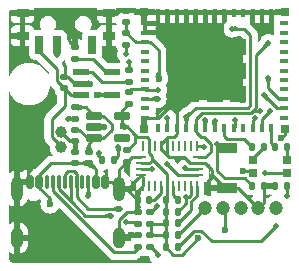
<source format=gtl>
G04 #@! TF.GenerationSoftware,KiCad,Pcbnew,8.0.2*
G04 #@! TF.CreationDate,2024-11-03T01:21:08-07:00*
G04 #@! TF.ProjectId,uSlime,75536c69-6d65-42e6-9b69-6361645f7063,rev?*
G04 #@! TF.SameCoordinates,Original*
G04 #@! TF.FileFunction,Copper,L1,Top*
G04 #@! TF.FilePolarity,Positive*
%FSLAX46Y46*%
G04 Gerber Fmt 4.6, Leading zero omitted, Abs format (unit mm)*
G04 Created by KiCad (PCBNEW 8.0.2) date 2024-11-03 01:21:08*
%MOMM*%
%LPD*%
G01*
G04 APERTURE LIST*
G04 Aperture macros list*
%AMRoundRect*
0 Rectangle with rounded corners*
0 $1 Rounding radius*
0 $2 $3 $4 $5 $6 $7 $8 $9 X,Y pos of 4 corners*
0 Add a 4 corners polygon primitive as box body*
4,1,4,$2,$3,$4,$5,$6,$7,$8,$9,$2,$3,0*
0 Add four circle primitives for the rounded corners*
1,1,$1+$1,$2,$3*
1,1,$1+$1,$4,$5*
1,1,$1+$1,$6,$7*
1,1,$1+$1,$8,$9*
0 Add four rect primitives between the rounded corners*
20,1,$1+$1,$2,$3,$4,$5,0*
20,1,$1+$1,$4,$5,$6,$7,0*
20,1,$1+$1,$6,$7,$8,$9,0*
20,1,$1+$1,$8,$9,$2,$3,0*%
%AMFreePoly0*
4,1,6,0.725000,-0.725000,-0.725000,-0.725000,-0.725000,0.125000,-0.125000,0.725000,0.725000,0.725000,0.725000,-0.725000,0.725000,-0.725000,$1*%
G04 Aperture macros list end*
G04 #@! TA.AperFunction,SMDPad,CuDef*
%ADD10RoundRect,0.147500X-0.172500X0.147500X-0.172500X-0.147500X0.172500X-0.147500X0.172500X0.147500X0*%
G04 #@! TD*
G04 #@! TA.AperFunction,ComponentPad*
%ADD11C,1.200000*%
G04 #@! TD*
G04 #@! TA.AperFunction,SMDPad,CuDef*
%ADD12RoundRect,0.135000X-0.135000X-0.185000X0.135000X-0.185000X0.135000X0.185000X-0.135000X0.185000X0*%
G04 #@! TD*
G04 #@! TA.AperFunction,SMDPad,CuDef*
%ADD13RoundRect,0.135000X0.135000X0.185000X-0.135000X0.185000X-0.135000X-0.185000X0.135000X-0.185000X0*%
G04 #@! TD*
G04 #@! TA.AperFunction,SMDPad,CuDef*
%ADD14R,0.800000X0.700000*%
G04 #@! TD*
G04 #@! TA.AperFunction,SMDPad,CuDef*
%ADD15RoundRect,0.135000X0.185000X-0.135000X0.185000X0.135000X-0.185000X0.135000X-0.185000X-0.135000X0*%
G04 #@! TD*
G04 #@! TA.AperFunction,SMDPad,CuDef*
%ADD16RoundRect,0.140000X0.170000X-0.140000X0.170000X0.140000X-0.170000X0.140000X-0.170000X-0.140000X0*%
G04 #@! TD*
G04 #@! TA.AperFunction,SMDPad,CuDef*
%ADD17RoundRect,0.140000X0.140000X0.170000X-0.140000X0.170000X-0.140000X-0.170000X0.140000X-0.170000X0*%
G04 #@! TD*
G04 #@! TA.AperFunction,SMDPad,CuDef*
%ADD18RoundRect,0.140000X-0.170000X0.140000X-0.170000X-0.140000X0.170000X-0.140000X0.170000X0.140000X0*%
G04 #@! TD*
G04 #@! TA.AperFunction,SMDPad,CuDef*
%ADD19RoundRect,0.150000X-0.150000X-0.425000X0.150000X-0.425000X0.150000X0.425000X-0.150000X0.425000X0*%
G04 #@! TD*
G04 #@! TA.AperFunction,SMDPad,CuDef*
%ADD20RoundRect,0.075000X-0.075000X-0.500000X0.075000X-0.500000X0.075000X0.500000X-0.075000X0.500000X0*%
G04 #@! TD*
G04 #@! TA.AperFunction,ComponentPad*
%ADD21O,1.000000X2.100000*%
G04 #@! TD*
G04 #@! TA.AperFunction,ComponentPad*
%ADD22O,1.000000X1.800000*%
G04 #@! TD*
G04 #@! TA.AperFunction,SMDPad,CuDef*
%ADD23RoundRect,0.135000X-0.185000X0.135000X-0.185000X-0.135000X0.185000X-0.135000X0.185000X0.135000X0*%
G04 #@! TD*
G04 #@! TA.AperFunction,SMDPad,CuDef*
%ADD24RoundRect,0.140000X-0.140000X-0.170000X0.140000X-0.170000X0.140000X0.170000X-0.140000X0.170000X0*%
G04 #@! TD*
G04 #@! TA.AperFunction,SMDPad,CuDef*
%ADD25R,0.250000X0.914400*%
G04 #@! TD*
G04 #@! TA.AperFunction,SMDPad,CuDef*
%ADD26R,0.812800X0.250000*%
G04 #@! TD*
G04 #@! TA.AperFunction,SMDPad,CuDef*
%ADD27R,1.320800X0.508000*%
G04 #@! TD*
G04 #@! TA.AperFunction,SMDPad,CuDef*
%ADD28R,0.800000X0.400000*%
G04 #@! TD*
G04 #@! TA.AperFunction,SMDPad,CuDef*
%ADD29R,0.400000X0.800000*%
G04 #@! TD*
G04 #@! TA.AperFunction,SMDPad,CuDef*
%ADD30FreePoly0,0.000000*%
G04 #@! TD*
G04 #@! TA.AperFunction,SMDPad,CuDef*
%ADD31R,1.450000X1.450000*%
G04 #@! TD*
G04 #@! TA.AperFunction,SMDPad,CuDef*
%ADD32R,0.700000X0.700000*%
G04 #@! TD*
G04 #@! TA.AperFunction,SMDPad,CuDef*
%ADD33R,0.700000X1.500000*%
G04 #@! TD*
G04 #@! TA.AperFunction,SMDPad,CuDef*
%ADD34R,1.000000X0.800000*%
G04 #@! TD*
G04 #@! TA.AperFunction,SMDPad,CuDef*
%ADD35R,1.700000X0.900000*%
G04 #@! TD*
G04 #@! TA.AperFunction,ComponentPad*
%ADD36C,1.000000*%
G04 #@! TD*
G04 #@! TA.AperFunction,SMDPad,CuDef*
%ADD37RoundRect,0.045000X-0.630000X0.255000X-0.630000X-0.255000X0.630000X-0.255000X0.630000X0.255000X0*%
G04 #@! TD*
G04 #@! TA.AperFunction,ViaPad*
%ADD38C,0.600000*%
G04 #@! TD*
G04 #@! TA.AperFunction,ViaPad*
%ADD39C,0.500000*%
G04 #@! TD*
G04 #@! TA.AperFunction,Conductor*
%ADD40C,0.254000*%
G04 #@! TD*
G04 APERTURE END LIST*
D10*
X107950000Y-102015000D03*
X107950000Y-102985000D03*
D11*
X117795000Y-106800000D03*
X119295000Y-106800000D03*
X120795000Y-106800000D03*
X122295000Y-106800000D03*
X123795000Y-106800000D03*
D12*
X121790000Y-101600000D03*
X122810000Y-101600000D03*
D13*
X115460000Y-108100000D03*
X114440000Y-108100000D03*
D14*
X121850000Y-103800000D03*
X121850000Y-102700000D03*
X124750000Y-102700000D03*
X124750000Y-103800000D03*
D15*
X111300000Y-96110000D03*
X111300000Y-95090000D03*
D16*
X105850000Y-96630000D03*
X105850000Y-95670000D03*
D12*
X114440000Y-107100000D03*
X115460000Y-107100000D03*
D16*
X111100000Y-91030000D03*
X111100000Y-90070000D03*
D17*
X124680000Y-104900000D03*
X123720000Y-104900000D03*
D18*
X106800000Y-100150000D03*
X106800000Y-101110000D03*
D19*
X102950000Y-104570000D03*
X103750000Y-104570000D03*
D20*
X104900000Y-104570000D03*
X105900000Y-104570000D03*
X106400000Y-104570000D03*
X107400000Y-104570000D03*
D19*
X108550000Y-104570000D03*
X109350000Y-104570000D03*
X109350000Y-104570000D03*
X108550000Y-104570000D03*
D20*
X107900000Y-104570000D03*
X106900000Y-104570000D03*
X105400000Y-104570000D03*
X104400000Y-104570000D03*
D19*
X103750000Y-104570000D03*
X102950000Y-104570000D03*
D21*
X101830000Y-105145000D03*
D22*
X101830000Y-109325000D03*
D21*
X110470000Y-105145000D03*
D22*
X110470000Y-109325000D03*
D13*
X115460000Y-106100000D03*
X114440000Y-106100000D03*
D15*
X113100000Y-110110000D03*
X113100000Y-109090000D03*
D12*
X123740000Y-101600000D03*
X124760000Y-101600000D03*
D15*
X113100000Y-108110000D03*
X113100000Y-107090000D03*
D23*
X112100000Y-107090000D03*
X112100000Y-108110000D03*
D10*
X106800000Y-98265000D03*
X106800000Y-99235000D03*
D18*
X111200000Y-101920000D03*
X111200000Y-102880000D03*
D24*
X121770000Y-104900000D03*
X122730000Y-104900000D03*
D12*
X109090000Y-102750000D03*
X110110000Y-102750000D03*
D15*
X106750000Y-94210000D03*
X106750000Y-93190000D03*
D12*
X114440000Y-109100000D03*
X115460000Y-109100000D03*
D25*
X112552600Y-101572670D03*
D26*
X112361600Y-102500000D03*
X112361600Y-103003070D03*
X112361600Y-103503070D03*
X112361600Y-104003060D03*
D25*
X112552600Y-104925470D03*
X113052600Y-104925470D03*
X113552600Y-104925470D03*
X114052600Y-104925470D03*
X114552600Y-104925470D03*
X115052600Y-104925470D03*
X115552600Y-104925470D03*
X116052600Y-104925470D03*
X116552600Y-104925470D03*
X117060600Y-104925470D03*
D26*
X117187600Y-104003070D03*
X117187600Y-103503070D03*
X117187600Y-103003070D03*
X117187600Y-102500000D03*
D25*
X117060600Y-101572670D03*
X116552600Y-101572670D03*
X116052600Y-101572670D03*
X115552600Y-101572670D03*
X115052600Y-101572670D03*
X114552600Y-101572670D03*
X114052600Y-101572670D03*
X113552600Y-101572670D03*
X113052600Y-101572670D03*
D23*
X111300000Y-96990000D03*
X111300000Y-98010000D03*
D24*
X112070000Y-106100000D03*
X113030000Y-106100000D03*
D23*
X112100000Y-109090000D03*
X112100000Y-110110000D03*
D27*
X107304600Y-95299999D03*
X107304600Y-96250000D03*
X107304600Y-97200001D03*
X109895400Y-97200001D03*
X109895400Y-95299999D03*
D15*
X111100000Y-92960000D03*
X111100000Y-91940000D03*
D28*
X112700000Y-91150000D03*
X112700000Y-91950000D03*
X112700000Y-92750000D03*
X112700000Y-93550000D03*
X112700000Y-94350000D03*
X112700000Y-95150000D03*
X112700000Y-95950000D03*
X112700000Y-96750000D03*
X112700000Y-97550000D03*
X112700000Y-98350000D03*
X112700000Y-99150000D03*
D29*
X113800000Y-100050000D03*
X114600000Y-100050000D03*
X115400000Y-100050000D03*
X116200000Y-100050000D03*
X117000000Y-100050000D03*
X117800000Y-100050000D03*
X118600000Y-100050000D03*
X119400000Y-100050000D03*
X120200000Y-100050000D03*
X121000000Y-100050000D03*
X121800000Y-100050000D03*
X122600000Y-100050000D03*
X123400000Y-100050000D03*
D28*
X124500000Y-99150000D03*
X124500000Y-98350000D03*
X124500000Y-97550000D03*
X124500000Y-96750000D03*
X124500000Y-95950000D03*
X124500000Y-95150000D03*
X124500000Y-94350000D03*
X124500000Y-93550000D03*
X124500000Y-92750000D03*
X124500000Y-91950000D03*
X124500000Y-91150000D03*
D29*
X123400000Y-90250000D03*
X122600000Y-90250000D03*
X121800000Y-90250000D03*
X121000000Y-90250000D03*
X120200000Y-90250000D03*
X119400000Y-90250000D03*
X118600000Y-90250000D03*
X117800000Y-90250000D03*
X117000000Y-90250000D03*
X116200000Y-90250000D03*
X115400000Y-90250000D03*
X114600000Y-90250000D03*
X113800000Y-90250000D03*
D30*
X116625000Y-93175000D03*
D31*
X116625000Y-95150000D03*
X116625000Y-97125000D03*
X118600000Y-93175000D03*
X118600000Y-95150000D03*
X118600000Y-97125000D03*
X120575000Y-93175000D03*
X120575000Y-95150000D03*
X120575000Y-97125000D03*
D32*
X124550000Y-90200000D03*
X124550000Y-100100000D03*
X112650000Y-100100000D03*
X112650000Y-90200000D03*
D12*
X114440000Y-110100000D03*
X115460000Y-110100000D03*
D33*
X105225000Y-92975000D03*
D34*
X109625000Y-92190000D03*
X109625000Y-90260000D03*
X102325000Y-92190000D03*
X102325000Y-90260000D03*
D33*
X103725000Y-92975000D03*
X108225000Y-92975000D03*
D35*
X119650000Y-105100000D03*
X119650000Y-101700000D03*
D36*
X105619000Y-100375000D03*
X105619000Y-101625000D03*
D37*
X108415000Y-99000000D03*
X108415000Y-99950000D03*
X108415000Y-100900000D03*
X110785000Y-100900000D03*
X110785000Y-99000000D03*
D16*
X106800000Y-102980000D03*
X106800000Y-102020000D03*
D38*
X119650000Y-105000000D03*
X109223000Y-99950000D03*
X121000000Y-97673000D03*
X108050000Y-96250000D03*
X124250000Y-100900000D03*
X114000000Y-91950000D03*
D39*
X118826861Y-101348309D03*
X113800000Y-96800000D03*
X123279860Y-98555865D03*
X124700000Y-105800000D03*
D38*
X108650000Y-97200000D03*
X104650000Y-106450000D03*
D39*
X111100000Y-93750000D03*
X122024809Y-99190061D03*
X122789999Y-97250002D03*
X123150000Y-95800000D03*
X110550000Y-106873003D03*
X118600000Y-99400000D03*
X109850000Y-107450003D03*
X117800000Y-99350000D03*
X114600000Y-99150000D03*
X116174672Y-105832672D03*
X113309792Y-103515170D03*
X113730216Y-106604389D03*
X123150000Y-92800000D03*
X123800000Y-108304000D03*
X122400408Y-98599359D03*
X120100000Y-91600000D03*
X116200000Y-99114218D03*
X117673000Y-101600000D03*
X116112843Y-103426070D03*
X114573000Y-103100000D03*
X113804460Y-110800002D03*
D38*
X117200000Y-109350000D03*
X121000000Y-103650000D03*
X110800000Y-99850000D03*
X119450000Y-108650000D03*
X113850000Y-95850000D03*
D39*
X120277000Y-99343000D03*
X113766999Y-97550000D03*
X110446328Y-101650000D03*
X111113626Y-107982763D03*
X107900000Y-105750000D03*
X105225000Y-93875000D03*
X108760000Y-102123000D03*
X106175000Y-99225000D03*
X122895974Y-103845972D03*
X111301144Y-94420481D03*
D40*
X112552600Y-104925470D02*
X112552600Y-104194060D01*
X114552600Y-101572670D02*
X114552600Y-100836470D01*
X111126998Y-102880000D02*
X110470000Y-103536998D01*
X114052600Y-101336470D02*
X114552600Y-100836470D01*
X114743730Y-102500000D02*
X114552600Y-102308870D01*
X118372861Y-103972861D02*
X119400000Y-105000000D01*
X112300000Y-109060000D02*
X110735000Y-109060000D01*
X112070000Y-107060000D02*
X112100000Y-107090000D01*
X114052600Y-101572670D02*
X114052600Y-101808870D01*
X111200000Y-102880000D02*
X111126998Y-102880000D01*
X124550000Y-100600000D02*
X124550000Y-100100000D01*
X119400000Y-105000000D02*
X119650000Y-105000000D01*
X102950000Y-104570000D02*
X102405000Y-104570000D01*
X112700000Y-91950000D02*
X112700000Y-90250000D01*
X106250000Y-92690000D02*
X106250000Y-90800000D01*
X112650000Y-100100000D02*
X112650000Y-99200000D01*
X106739999Y-96250000D02*
X107304600Y-96250000D01*
X111219660Y-105145000D02*
X110470000Y-105145000D01*
X115400000Y-100504000D02*
X115400000Y-100050000D01*
X115808998Y-97125000D02*
X116625000Y-97125000D01*
X124250000Y-100900000D02*
X124550000Y-100600000D01*
X102405000Y-104570000D02*
X101830000Y-105145000D01*
X122730000Y-104900000D02*
X123720000Y-104900000D01*
X111583250Y-102496750D02*
X111200000Y-102880000D01*
X106800000Y-102015000D02*
X106869318Y-102015000D01*
X111190387Y-107090000D02*
X110470000Y-107810387D01*
X108415000Y-99950000D02*
X109223000Y-99950000D01*
X109350000Y-104570000D02*
X109895000Y-104570000D01*
X114000000Y-91950000D02*
X112700000Y-91950000D01*
X117187600Y-103003070D02*
X116505270Y-103003070D01*
X106750000Y-93190000D02*
X106250000Y-92690000D01*
X101830000Y-109325000D02*
X101830000Y-105145000D01*
X115400000Y-100050000D02*
X115400000Y-98350000D01*
X105619000Y-100375000D02*
X106354000Y-101110000D01*
X111115000Y-105145000D02*
X112070000Y-106100000D01*
X112520000Y-90070000D02*
X112650000Y-90200000D01*
X112700000Y-90250000D02*
X112650000Y-90200000D01*
X109895000Y-104570000D02*
X110470000Y-105145000D01*
X110470000Y-107810387D02*
X110470000Y-109325000D01*
X114612070Y-100777000D02*
X115127000Y-100777000D01*
X112700000Y-99150000D02*
X113783998Y-99150000D01*
X111100000Y-90070000D02*
X112520000Y-90070000D01*
X116002200Y-102500000D02*
X114743730Y-102500000D01*
X110470000Y-105145000D02*
X111115000Y-105145000D01*
X122730000Y-104900000D02*
X122730000Y-106365000D01*
X112070000Y-106100000D02*
X112070000Y-107060000D01*
X114552600Y-100836470D02*
X114612070Y-100777000D01*
X109625000Y-90260000D02*
X109625000Y-92190000D01*
X106800000Y-102020000D02*
X106800000Y-101110000D01*
X106250000Y-90800000D02*
X106790000Y-90260000D01*
X106354000Y-101110000D02*
X106800000Y-101110000D01*
X113783998Y-99150000D02*
X115808998Y-97125000D01*
X120595000Y-105100000D02*
X122295000Y-106800000D01*
X119650000Y-105100000D02*
X119650000Y-105000000D01*
X102325000Y-90260000D02*
X102325000Y-92190000D01*
X112331249Y-102496750D02*
X111583250Y-102496750D01*
X107250000Y-90260000D02*
X109625000Y-90260000D01*
X110735000Y-109060000D02*
X110470000Y-109325000D01*
X116505270Y-103003070D02*
X116002200Y-102500000D01*
X102325000Y-90260000D02*
X107250000Y-90260000D01*
X117775931Y-103003070D02*
X118372861Y-103600000D01*
X115127000Y-100777000D02*
X115400000Y-100504000D01*
X117187600Y-103003070D02*
X117775931Y-103003070D01*
X112552600Y-104194060D02*
X112361600Y-104003060D01*
X112361600Y-104003060D02*
X111219660Y-105145000D01*
X115400000Y-98350000D02*
X116625000Y-97125000D01*
X108050000Y-96250000D02*
X107304600Y-96250000D01*
X122730000Y-106365000D02*
X122295000Y-106800000D01*
X114052600Y-101572670D02*
X114052600Y-101336470D01*
X106159999Y-95670000D02*
X106739999Y-96250000D01*
X109815000Y-90070000D02*
X109625000Y-90260000D01*
X114052600Y-101808870D02*
X114552600Y-102308870D01*
X114552600Y-102308870D02*
X114552600Y-101572670D01*
X118372861Y-103600000D02*
X118372861Y-103972861D01*
X119650000Y-105100000D02*
X120595000Y-105100000D01*
X112650000Y-99200000D02*
X112700000Y-99150000D01*
X106790000Y-90260000D02*
X107250000Y-90260000D01*
X105850000Y-95670000D02*
X106159999Y-95670000D01*
X112650000Y-90200000D02*
X124550000Y-90200000D01*
X111100000Y-90070000D02*
X109815000Y-90070000D01*
X112100000Y-107090000D02*
X111190387Y-107090000D01*
X110470000Y-103536998D02*
X110470000Y-105145000D01*
X103725000Y-92975000D02*
X103725000Y-93525000D01*
X105213000Y-96022801D02*
X106390200Y-97200001D01*
X104792000Y-100798000D02*
X105297974Y-101303974D01*
X105900000Y-96680000D02*
X105900000Y-98183998D01*
X106390200Y-97200001D02*
X107304600Y-97200001D01*
X105213000Y-95013000D02*
X105213000Y-96022801D01*
X103725000Y-93525000D02*
X105213000Y-95013000D01*
X105850000Y-96630000D02*
X105900000Y-96680000D01*
X104792000Y-99291998D02*
X104792000Y-100798000D01*
X105900000Y-98183998D02*
X104792000Y-99291998D01*
X121147000Y-104277000D02*
X119428156Y-104277000D01*
X111540000Y-96750000D02*
X111300000Y-96990000D01*
X118826861Y-103675705D02*
X118826861Y-101348309D01*
X112700000Y-96750000D02*
X111540000Y-96750000D01*
X112750000Y-96800000D02*
X112700000Y-96750000D01*
X113800000Y-96800000D02*
X112750000Y-96800000D01*
X119650000Y-101700000D02*
X119178552Y-101700000D01*
X119178552Y-101700000D02*
X118826861Y-101348309D01*
X120057500Y-101420000D02*
X120137500Y-101500000D01*
X119428156Y-104277000D02*
X118826861Y-103675705D01*
X121770000Y-104900000D02*
X121147000Y-104277000D01*
X124680000Y-105780000D02*
X124700000Y-105800000D01*
X124680000Y-104900000D02*
X124680000Y-105780000D01*
X123279860Y-98555865D02*
X122600000Y-99235725D01*
X122600000Y-99235725D02*
X122600000Y-100050000D01*
X106800000Y-102985000D02*
X104760001Y-102985000D01*
X108550000Y-103530000D02*
X108550000Y-104570000D01*
X104650000Y-106450000D02*
X104650000Y-105965592D01*
X103750000Y-103995001D02*
X103750000Y-104570000D01*
X109895400Y-97200001D02*
X108650001Y-97200001D01*
X107705000Y-102985000D02*
X107720000Y-103000000D01*
X103750000Y-105065592D02*
X103750000Y-104570000D01*
X108650001Y-97200001D02*
X108650000Y-97200000D01*
X108020000Y-103000000D02*
X108550000Y-103530000D01*
X104760001Y-102985000D02*
X103750000Y-103995001D01*
X104650000Y-105965592D02*
X103750000Y-105065592D01*
X107720000Y-103000000D02*
X108020000Y-103000000D01*
X106800000Y-102985000D02*
X107705000Y-102985000D01*
X122024809Y-99190061D02*
X121800000Y-99414870D01*
X121800000Y-99414870D02*
X121800000Y-100050000D01*
X111100000Y-93750000D02*
X111100000Y-92960000D01*
X109159712Y-99000000D02*
X109861333Y-99701621D01*
X107859999Y-100900000D02*
X108415000Y-100900000D01*
X108415000Y-99000000D02*
X109159712Y-99000000D01*
X107950000Y-102015000D02*
X107950000Y-101365000D01*
X107680000Y-98265000D02*
X108415000Y-99000000D01*
X109861333Y-100198379D02*
X109159712Y-100900000D01*
X109861333Y-99701621D02*
X109861333Y-100198379D01*
X107109999Y-100150000D02*
X107859999Y-100900000D01*
X109159712Y-100900000D02*
X108415000Y-100900000D01*
X107984318Y-100900000D02*
X108415000Y-100900000D01*
X106800000Y-100150000D02*
X107109999Y-100150000D01*
X107950000Y-101365000D02*
X108415000Y-100900000D01*
X106800000Y-98265000D02*
X107680000Y-98265000D01*
X123889997Y-98350000D02*
X124500000Y-98350000D01*
X122789999Y-97250002D02*
X123889997Y-98350000D01*
X123150000Y-95800000D02*
X123150000Y-96654000D01*
X123150000Y-96654000D02*
X124046000Y-97550000D01*
X124046000Y-97550000D02*
X124500000Y-97550000D01*
X105900000Y-104570000D02*
X105900000Y-103924408D01*
X106900000Y-105900000D02*
X106900000Y-104570000D01*
X118600000Y-100050000D02*
X118600000Y-99400000D01*
X106156408Y-103668000D02*
X106643592Y-103668000D01*
X106643592Y-103668000D02*
X106900000Y-103924408D01*
X110550000Y-106873003D02*
X107873003Y-106873003D01*
X107873003Y-106873003D02*
X106900000Y-105900000D01*
X106900000Y-103924408D02*
X106900000Y-104570000D01*
X105900000Y-103924408D02*
X106156408Y-103668000D01*
X116633031Y-106234201D02*
X117060600Y-105806632D01*
X116633031Y-106926969D02*
X116633031Y-106234201D01*
X115460000Y-108100000D02*
X116633031Y-106926969D01*
X117060600Y-105806632D02*
X117060600Y-104925470D01*
X113450000Y-106100000D02*
X113130000Y-106100000D01*
X114052600Y-105497400D02*
X113450000Y-106100000D01*
X114052600Y-104925470D02*
X114052600Y-105497400D01*
X117800000Y-99350000D02*
X117800000Y-100050000D01*
X106592204Y-106407796D02*
X105400000Y-105215592D01*
X105400000Y-105215592D02*
X105400000Y-104570000D01*
X109850000Y-107450003D02*
X109849997Y-107450000D01*
X106400000Y-104570000D02*
X106400000Y-106215592D01*
X109849997Y-107450000D02*
X107634408Y-107450000D01*
X107634408Y-107450000D02*
X106592204Y-106407796D01*
X106400000Y-106215592D02*
X106592204Y-106407796D01*
X116174672Y-105832672D02*
X116381598Y-105832672D01*
X116381598Y-105832672D02*
X116552600Y-105661670D01*
X116174672Y-106385328D02*
X115460000Y-107100000D01*
X116552600Y-105661670D02*
X116552600Y-104925470D01*
X116174672Y-105832672D02*
X116174672Y-106385328D01*
X114600000Y-99150000D02*
X114600000Y-100050000D01*
X113244605Y-107090000D02*
X113730216Y-106604389D01*
X113200000Y-107090000D02*
X113244605Y-107090000D01*
X112373700Y-103515170D02*
X112361600Y-103503070D01*
X113309792Y-103515170D02*
X112373700Y-103515170D01*
X117666002Y-100777000D02*
X118250000Y-101360998D01*
X122081000Y-93869000D02*
X122081000Y-98284052D01*
X121799509Y-98599359D02*
X122400408Y-98599359D01*
X118250000Y-101360998D02*
X118250000Y-102050000D01*
X117000000Y-100050000D02*
X117000000Y-100350000D01*
X117000000Y-100350000D02*
X117427000Y-100777000D01*
X117000000Y-99250000D02*
X117000000Y-100050000D01*
X117459712Y-108723000D02*
X116837000Y-108723000D01*
X116837000Y-108723000D02*
X115460000Y-110100000D01*
X118250000Y-102050000D02*
X117800000Y-102500000D01*
X121644868Y-98754000D02*
X121799509Y-98599359D01*
X122504000Y-109600000D02*
X118336712Y-109600000D01*
X118336712Y-109600000D02*
X117459712Y-108723000D01*
X122081000Y-98284052D02*
X121611052Y-98754000D01*
X121611052Y-98754000D02*
X121644868Y-98754000D01*
X121611052Y-98754000D02*
X117496000Y-98754000D01*
X123800000Y-108304000D02*
X122504000Y-109600000D01*
X117427000Y-100777000D02*
X117666002Y-100777000D01*
X117496000Y-98754000D02*
X117000000Y-99250000D01*
X123150000Y-92800000D02*
X122081000Y-93869000D01*
X117187600Y-102500000D02*
X117800000Y-102500000D01*
X117060600Y-101572670D02*
X117645670Y-101572670D01*
X121423000Y-98300000D02*
X117014218Y-98300000D01*
X120100000Y-91600000D02*
X121104000Y-91600000D01*
X117014218Y-98300000D02*
X116200000Y-99114218D01*
X116200000Y-99114218D02*
X116200000Y-100050000D01*
X121627000Y-92123000D02*
X121627000Y-98096000D01*
X121104000Y-91600000D02*
X121627000Y-92123000D01*
X121627000Y-98096000D02*
X121423000Y-98300000D01*
X117645670Y-101572670D02*
X117673000Y-101600000D01*
X115460000Y-109100000D02*
X115495000Y-109100000D01*
X115495000Y-109100000D02*
X117795000Y-106800000D01*
X116189843Y-103503070D02*
X116112843Y-103426070D01*
X117187600Y-103503070D02*
X116189843Y-103503070D01*
X115503070Y-104003070D02*
X117187600Y-104003070D01*
X113804460Y-110714460D02*
X113200000Y-110110000D01*
X114573000Y-103100000D02*
X114600000Y-103100000D01*
X114600000Y-103100000D02*
X115503070Y-104003070D01*
X113804460Y-110800002D02*
X113804460Y-110714460D01*
X115087000Y-110747000D02*
X114440000Y-110100000D01*
X113250000Y-102600000D02*
X113250000Y-102356870D01*
X111100000Y-91030000D02*
X111100000Y-91940000D01*
X113200000Y-108110000D02*
X114430000Y-108110000D01*
X121600000Y-103650000D02*
X121850000Y-103900000D01*
X113200000Y-108110000D02*
X113200000Y-109090000D01*
X114552600Y-103902600D02*
X114552600Y-104925470D01*
X112361600Y-103003070D02*
X113043930Y-103003070D01*
X114440000Y-106100000D02*
X114440000Y-108100000D01*
X121000000Y-103650000D02*
X121600000Y-103650000D01*
X111147334Y-99850000D02*
X111787000Y-100489666D01*
X112074334Y-100777000D02*
X111787000Y-100489666D01*
X114552600Y-105987400D02*
X114440000Y-106100000D01*
X114552600Y-104925470D02*
X114552600Y-105987400D01*
X113052600Y-101572670D02*
X113052600Y-100979600D01*
X119450000Y-106955000D02*
X119295000Y-106800000D01*
X113250000Y-102797000D02*
X113250000Y-102600000D01*
X111100000Y-91940000D02*
X111910000Y-92750000D01*
X113154000Y-92750000D02*
X113850000Y-93446000D01*
X113250000Y-102600000D02*
X114552600Y-103902600D01*
X111850000Y-100552666D02*
X111850000Y-101270000D01*
X119450000Y-108650000D02*
X119450000Y-106955000D01*
X114430000Y-108110000D02*
X114440000Y-108100000D01*
X110785000Y-98525000D02*
X111300000Y-98010000D01*
X112850000Y-100777000D02*
X112074334Y-100777000D01*
X110800000Y-99850000D02*
X111147334Y-99850000D01*
X113200000Y-109090000D02*
X114430000Y-109090000D01*
X111850000Y-101270000D02*
X111200000Y-101920000D01*
X114430000Y-109090000D02*
X114440000Y-109100000D01*
X115803000Y-110747000D02*
X115087000Y-110747000D01*
X110785000Y-99835000D02*
X110785000Y-99000000D01*
X113043930Y-103003070D02*
X113250000Y-102797000D01*
X113052600Y-102159470D02*
X113052600Y-101572670D01*
X110785000Y-99000000D02*
X110785000Y-98525000D01*
X114440000Y-108100000D02*
X114440000Y-110100000D01*
X111910000Y-92750000D02*
X112700000Y-92750000D01*
X117200000Y-109350000D02*
X115803000Y-110747000D01*
X111787000Y-100489666D02*
X111850000Y-100552666D01*
X112700000Y-92750000D02*
X113154000Y-92750000D01*
X110800000Y-99850000D02*
X110785000Y-99835000D01*
X113052600Y-100979600D02*
X112850000Y-100777000D01*
X113850000Y-93446000D02*
X113850000Y-95850000D01*
X113250000Y-102356870D02*
X113052600Y-102159470D01*
X121113000Y-100923000D02*
X121790000Y-101600000D01*
X119400000Y-100704000D02*
X119619000Y-100923000D01*
X121790000Y-101600000D02*
X121790000Y-101700000D01*
X119400000Y-100050000D02*
X119400000Y-100704000D01*
X119619000Y-100923000D02*
X121113000Y-100923000D01*
X120277000Y-99973000D02*
X120200000Y-100050000D01*
X120277000Y-99343000D02*
X120277000Y-99973000D01*
X110110000Y-102750000D02*
X110446328Y-102413672D01*
X110446328Y-102413672D02*
X110446328Y-101650000D01*
X113766999Y-97550000D02*
X113800000Y-97583001D01*
X112700000Y-97550000D02*
X113766999Y-97550000D01*
X107900000Y-104570000D02*
X107900000Y-105750000D01*
X112072763Y-107982763D02*
X112200000Y-108110000D01*
X111113626Y-107982763D02*
X112072763Y-107982763D01*
X104900000Y-104570000D02*
X104900000Y-105357644D01*
X111758000Y-110552000D02*
X112200000Y-110110000D01*
X110094356Y-110552000D02*
X111758000Y-110552000D01*
X104900000Y-105357644D02*
X110094356Y-110552000D01*
X108310000Y-94210000D02*
X106750000Y-94210000D01*
X109895400Y-95299999D02*
X109399999Y-95299999D01*
X109399999Y-95299999D02*
X108310000Y-94210000D01*
X123400000Y-101260000D02*
X123740000Y-101600000D01*
X123400000Y-100050000D02*
X123400000Y-101260000D01*
X106175000Y-99225000D02*
X106790000Y-99225000D01*
X108760000Y-102420000D02*
X108760000Y-102123000D01*
X109090000Y-102750000D02*
X108760000Y-102420000D01*
X106790000Y-99225000D02*
X106800000Y-99235000D01*
X105225000Y-93875000D02*
X105225000Y-92975000D01*
X115460000Y-106100000D02*
X115052600Y-105692600D01*
X115052600Y-105692600D02*
X115052600Y-104925470D01*
X121860000Y-102550000D02*
X122810000Y-101600000D01*
X121850000Y-102550000D02*
X121860000Y-102550000D01*
X124760000Y-102690000D02*
X124750000Y-102700000D01*
X124760000Y-101600000D02*
X124760000Y-102690000D01*
X124750000Y-102700000D02*
X124750000Y-102550000D01*
X111300000Y-94421625D02*
X111300000Y-95090000D01*
X122895974Y-103845972D02*
X124704028Y-103845972D01*
X124704028Y-103845972D02*
X124750000Y-103800000D01*
X111301144Y-94420481D02*
X111300000Y-94421625D01*
X109029001Y-96110000D02*
X111300000Y-96110000D01*
X108219000Y-95299999D02*
X109029001Y-96110000D01*
X107304600Y-95299999D02*
X108219000Y-95299999D01*
G04 #@! TA.AperFunction,Conductor*
G36*
X106666215Y-99095741D02*
G01*
X106673373Y-99101119D01*
X106675000Y-99107071D01*
X106675000Y-99342928D01*
X106671573Y-99351201D01*
X106666214Y-99354259D01*
X106280471Y-99453449D01*
X106271605Y-99452191D01*
X106266764Y-99446635D01*
X106252568Y-99412717D01*
X106175889Y-99229515D01*
X106175857Y-99220563D01*
X106266764Y-99003363D01*
X106273120Y-98997055D01*
X106280471Y-98996550D01*
X106666215Y-99095741D01*
G37*
G04 #@! TD.AperFunction*
G04 #@! TA.AperFunction,Conductor*
G36*
X109241759Y-97070450D02*
G01*
X109248649Y-97076170D01*
X109250000Y-97081627D01*
X109250000Y-97318374D01*
X109246573Y-97326647D01*
X109241759Y-97329551D01*
X108774961Y-97474020D01*
X108766045Y-97473192D01*
X108760706Y-97467354D01*
X108703129Y-97329551D01*
X108650883Y-97204509D01*
X108650857Y-97195556D01*
X108650862Y-97195542D01*
X108760707Y-96932643D01*
X108767058Y-96926333D01*
X108774960Y-96925979D01*
X109241759Y-97070450D01*
G37*
G04 #@! TD.AperFunction*
G04 #@! TA.AperFunction,Conductor*
G36*
X122928390Y-92708165D02*
G01*
X123146175Y-92797435D01*
X123152531Y-92803744D01*
X123152564Y-92803824D01*
X123241833Y-93021607D01*
X123241800Y-93030561D01*
X123236959Y-93036117D01*
X122894058Y-93238740D01*
X122885192Y-93239998D01*
X122879833Y-93236940D01*
X122713059Y-93070166D01*
X122709632Y-93061893D01*
X122711259Y-93055941D01*
X122860237Y-92803824D01*
X122913883Y-92713039D01*
X122921041Y-92707661D01*
X122928390Y-92708165D01*
G37*
G04 #@! TD.AperFunction*
G04 #@! TA.AperFunction,Conductor*
G36*
X116387717Y-99191786D02*
G01*
X116421635Y-99205982D01*
X116427944Y-99212338D01*
X116428449Y-99219689D01*
X116329259Y-99605432D01*
X116323880Y-99612591D01*
X116317928Y-99614218D01*
X116082072Y-99614218D01*
X116073799Y-99610791D01*
X116070741Y-99605432D01*
X115971550Y-99219689D01*
X115972808Y-99210823D01*
X115978363Y-99205982D01*
X116195484Y-99115107D01*
X116204437Y-99115075D01*
X116387717Y-99191786D01*
G37*
G04 #@! TD.AperFunction*
G04 #@! TA.AperFunction,Conductor*
G36*
X108997766Y-102122965D02*
G01*
X109006028Y-102126415D01*
X109009432Y-102134698D01*
X109009419Y-102135220D01*
X108993559Y-102469221D01*
X108990145Y-102476939D01*
X108823915Y-102643169D01*
X108815642Y-102646596D01*
X108807369Y-102643169D01*
X108805855Y-102641307D01*
X108536740Y-102230442D01*
X108535073Y-102221643D01*
X108540116Y-102214244D01*
X108542010Y-102213238D01*
X108757113Y-102123205D01*
X108761656Y-102122299D01*
X108997766Y-102122965D01*
G37*
G04 #@! TD.AperFunction*
G04 #@! TA.AperFunction,Conductor*
G36*
X109753394Y-107222811D02*
G01*
X109758235Y-107228367D01*
X109849109Y-107445486D01*
X109849142Y-107454440D01*
X109849109Y-107454520D01*
X109758235Y-107671638D01*
X109751879Y-107677947D01*
X109744528Y-107678452D01*
X109358787Y-107579259D01*
X109351628Y-107573880D01*
X109350001Y-107567928D01*
X109350001Y-107332071D01*
X109353428Y-107323798D01*
X109358784Y-107320741D01*
X109744528Y-107221553D01*
X109753394Y-107222811D01*
G37*
G04 #@! TD.AperFunction*
G04 #@! TA.AperFunction,Conductor*
G36*
X105351201Y-93378427D02*
G01*
X105354259Y-93383786D01*
X105453449Y-93769528D01*
X105452191Y-93778394D01*
X105446635Y-93783235D01*
X105229517Y-93874109D01*
X105220563Y-93874142D01*
X105220483Y-93874109D01*
X105003364Y-93783235D01*
X104997055Y-93776879D01*
X104996550Y-93769528D01*
X105095741Y-93383786D01*
X105101120Y-93376627D01*
X105107072Y-93375000D01*
X105342928Y-93375000D01*
X105351201Y-93378427D01*
G37*
G04 #@! TD.AperFunction*
G04 #@! TA.AperFunction,Conductor*
G36*
X108269832Y-102878434D02*
G01*
X108274809Y-102883086D01*
X108333238Y-102984293D01*
X108532724Y-103329832D01*
X108533892Y-103338710D01*
X108530864Y-103343955D01*
X108363349Y-103511470D01*
X108355076Y-103514897D01*
X108350219Y-103513841D01*
X107847807Y-103284538D01*
X107841705Y-103277986D01*
X107841718Y-103269769D01*
X107947348Y-102989453D01*
X107953471Y-102982922D01*
X107954492Y-102982517D01*
X108260896Y-102877865D01*
X108269832Y-102878434D01*
G37*
G04 #@! TD.AperFunction*
G04 #@! TA.AperFunction,Conductor*
G36*
X110634045Y-101727568D02*
G01*
X110667963Y-101741764D01*
X110674272Y-101748120D01*
X110674777Y-101755471D01*
X110575587Y-102141214D01*
X110570208Y-102148373D01*
X110564256Y-102150000D01*
X110328400Y-102150000D01*
X110320127Y-102146573D01*
X110317069Y-102141214D01*
X110217878Y-101755471D01*
X110219136Y-101746605D01*
X110224691Y-101741764D01*
X110441812Y-101650889D01*
X110450765Y-101650857D01*
X110634045Y-101727568D01*
G37*
G04 #@! TD.AperFunction*
G04 #@! TA.AperFunction,Conductor*
G36*
X123337717Y-95877568D02*
G01*
X123371635Y-95891764D01*
X123377944Y-95898120D01*
X123378449Y-95905471D01*
X123279259Y-96291214D01*
X123273880Y-96298373D01*
X123267928Y-96300000D01*
X123032072Y-96300000D01*
X123023799Y-96296573D01*
X123020741Y-96291214D01*
X122921550Y-95905471D01*
X122922808Y-95896605D01*
X122928363Y-95891764D01*
X123145484Y-95800889D01*
X123154437Y-95800857D01*
X123337717Y-95877568D01*
G37*
G04 #@! TD.AperFunction*
G04 #@! TA.AperFunction,Conductor*
G36*
X117987717Y-99427568D02*
G01*
X118021635Y-99441764D01*
X118027944Y-99448120D01*
X118028449Y-99455471D01*
X117929259Y-99841214D01*
X117923880Y-99848373D01*
X117917928Y-99850000D01*
X117682072Y-99850000D01*
X117673799Y-99846573D01*
X117670741Y-99841214D01*
X117571550Y-99455471D01*
X117572808Y-99446605D01*
X117578363Y-99441764D01*
X117795484Y-99350889D01*
X117804437Y-99350857D01*
X117987717Y-99427568D01*
G37*
G04 #@! TD.AperFunction*
G04 #@! TA.AperFunction,Conductor*
G36*
X113976647Y-95253427D02*
G01*
X113979551Y-95258241D01*
X114124020Y-95725038D01*
X114123192Y-95733954D01*
X114117354Y-95739293D01*
X113854511Y-95849115D01*
X113845556Y-95849142D01*
X113845489Y-95849115D01*
X113582645Y-95739293D01*
X113576333Y-95732941D01*
X113575979Y-95725039D01*
X113720449Y-95258240D01*
X113726169Y-95251351D01*
X113731626Y-95250000D01*
X113968374Y-95250000D01*
X113976647Y-95253427D01*
G37*
G04 #@! TD.AperFunction*
G04 #@! TA.AperFunction,Conductor*
G36*
X107036978Y-97984489D02*
G01*
X107407702Y-98135036D01*
X107414078Y-98141324D01*
X107415000Y-98145876D01*
X107415000Y-98384123D01*
X107411573Y-98392396D01*
X107407702Y-98394963D01*
X107036979Y-98545509D01*
X107028025Y-98545447D01*
X107023487Y-98542035D01*
X106994832Y-98506672D01*
X106804967Y-98272364D01*
X106802422Y-98263781D01*
X106804967Y-98257636D01*
X107023488Y-97987963D01*
X107031358Y-97983694D01*
X107036978Y-97984489D01*
G37*
G04 #@! TD.AperFunction*
G04 #@! TA.AperFunction,Conductor*
G36*
X108026201Y-105253427D02*
G01*
X108029259Y-105258786D01*
X108128449Y-105644528D01*
X108127191Y-105653394D01*
X108121635Y-105658235D01*
X107904517Y-105749109D01*
X107895563Y-105749142D01*
X107895483Y-105749109D01*
X107678364Y-105658235D01*
X107672055Y-105651879D01*
X107671550Y-105644528D01*
X107770741Y-105258786D01*
X107776120Y-105251627D01*
X107782072Y-105250000D01*
X108017928Y-105250000D01*
X108026201Y-105253427D01*
G37*
G04 #@! TD.AperFunction*
G04 #@! TA.AperFunction,Conductor*
G36*
X116470166Y-98677277D02*
G01*
X116636940Y-98844051D01*
X116640367Y-98852324D01*
X116638740Y-98858276D01*
X116436117Y-99201177D01*
X116428958Y-99206556D01*
X116421607Y-99206051D01*
X116203824Y-99116782D01*
X116197468Y-99110473D01*
X116197435Y-99110393D01*
X116108166Y-98892610D01*
X116108199Y-98883656D01*
X116113038Y-98878101D01*
X116455941Y-98675476D01*
X116464807Y-98674219D01*
X116470166Y-98677277D01*
G37*
G04 #@! TD.AperFunction*
G04 #@! TA.AperFunction,Conductor*
G36*
X107721974Y-102704552D02*
G01*
X107726512Y-102707964D01*
X107945031Y-102977634D01*
X107947577Y-102986219D01*
X107945031Y-102992366D01*
X107726512Y-103262035D01*
X107718641Y-103266305D01*
X107713020Y-103265509D01*
X107342298Y-103114963D01*
X107335922Y-103108675D01*
X107335000Y-103104123D01*
X107335000Y-102865876D01*
X107338427Y-102857603D01*
X107342296Y-102855036D01*
X107713021Y-102704490D01*
X107721974Y-102704552D01*
G37*
G04 #@! TD.AperFunction*
G04 #@! TA.AperFunction,Conductor*
G36*
X110453394Y-106645811D02*
G01*
X110458235Y-106651367D01*
X110549109Y-106868486D01*
X110549142Y-106877440D01*
X110549109Y-106877520D01*
X110458235Y-107094638D01*
X110451879Y-107100947D01*
X110444528Y-107101452D01*
X110058786Y-107002262D01*
X110051627Y-106996883D01*
X110050000Y-106990931D01*
X110050000Y-106755074D01*
X110053427Y-106746801D01*
X110058783Y-106743744D01*
X110444528Y-106644553D01*
X110453394Y-106645811D01*
G37*
G04 #@! TD.AperFunction*
G04 #@! TA.AperFunction,Conductor*
G36*
X108077775Y-101428427D02*
G01*
X108080132Y-101431813D01*
X108241092Y-101781942D01*
X108241435Y-101790890D01*
X108237569Y-101796123D01*
X107957107Y-102010565D01*
X107948453Y-102012868D01*
X107942893Y-102010565D01*
X107662430Y-101796123D01*
X107657940Y-101788376D01*
X107658906Y-101781943D01*
X107819868Y-101431813D01*
X107826437Y-101425727D01*
X107830498Y-101425000D01*
X108069502Y-101425000D01*
X108077775Y-101428427D01*
G37*
G04 #@! TD.AperFunction*
G04 #@! TA.AperFunction,Conductor*
G36*
X113670393Y-97322808D02*
G01*
X113675234Y-97328364D01*
X113766108Y-97545483D01*
X113766141Y-97554437D01*
X113766108Y-97554517D01*
X113675234Y-97771635D01*
X113668878Y-97777944D01*
X113661527Y-97778449D01*
X113275785Y-97679259D01*
X113268626Y-97673880D01*
X113266999Y-97667928D01*
X113266999Y-97432071D01*
X113270426Y-97423798D01*
X113275782Y-97420741D01*
X113661527Y-97321550D01*
X113670393Y-97322808D01*
G37*
G04 #@! TD.AperFunction*
G04 #@! TA.AperFunction,Conductor*
G36*
X123020560Y-97158201D02*
G01*
X123026116Y-97163042D01*
X123228739Y-97505943D01*
X123229997Y-97514809D01*
X123226939Y-97520168D01*
X123060165Y-97686942D01*
X123051892Y-97690369D01*
X123045940Y-97688742D01*
X122703039Y-97486119D01*
X122697660Y-97478960D01*
X122698164Y-97471611D01*
X122787435Y-97253824D01*
X122793742Y-97247470D01*
X123011608Y-97158168D01*
X123020560Y-97158201D01*
G37*
G04 #@! TD.AperFunction*
G04 #@! TA.AperFunction,Conductor*
G36*
X108051000Y-96250000D02*
G01*
X107935195Y-96527164D01*
X107450000Y-96377000D01*
X107450000Y-96123000D01*
X107935195Y-95972836D01*
X108051000Y-96250000D01*
G37*
G04 #@! TD.AperFunction*
G04 #@! TA.AperFunction,Conductor*
G36*
X114001000Y-91950000D02*
G01*
X113885195Y-92227164D01*
X113400000Y-92077000D01*
X113400000Y-91823000D01*
X113885195Y-91672836D01*
X114001000Y-91950000D01*
G37*
G04 #@! TD.AperFunction*
G04 #@! TA.AperFunction,Conductor*
G36*
X120591215Y-91470741D02*
G01*
X120598373Y-91476119D01*
X120600000Y-91482071D01*
X120600000Y-91717928D01*
X120596573Y-91726201D01*
X120591214Y-91729259D01*
X120205471Y-91828449D01*
X120196605Y-91827191D01*
X120191764Y-91821635D01*
X120177568Y-91787717D01*
X120100889Y-91604515D01*
X120100857Y-91595563D01*
X120191764Y-91378363D01*
X120198120Y-91372055D01*
X120205471Y-91371550D01*
X120591215Y-91470741D01*
G37*
G04 #@! TD.AperFunction*
G04 #@! TA.AperFunction,Conductor*
G36*
X118787717Y-99477568D02*
G01*
X118821635Y-99491764D01*
X118827944Y-99498120D01*
X118828449Y-99505471D01*
X118729259Y-99891214D01*
X118723880Y-99898373D01*
X118717928Y-99900000D01*
X118482072Y-99900000D01*
X118473799Y-99896573D01*
X118470741Y-99891214D01*
X118371550Y-99505471D01*
X118372808Y-99496605D01*
X118378363Y-99491764D01*
X118595484Y-99400889D01*
X118604437Y-99400857D01*
X118787717Y-99477568D01*
G37*
G04 #@! TD.AperFunction*
G04 #@! TA.AperFunction,Conductor*
G36*
X104663107Y-105805558D02*
G01*
X104665310Y-105808621D01*
X104921600Y-106324006D01*
X104922216Y-106332940D01*
X104916334Y-106339692D01*
X104915635Y-106340012D01*
X104655206Y-106448827D01*
X104646251Y-106448854D01*
X104646204Y-106448835D01*
X104382515Y-106339218D01*
X104376191Y-106332878D01*
X104375775Y-106325135D01*
X104477623Y-105976528D01*
X104480578Y-105971541D01*
X104646562Y-105805557D01*
X104654834Y-105802131D01*
X104663107Y-105805558D01*
G37*
G04 #@! TD.AperFunction*
G04 #@! TA.AperFunction,Conductor*
G36*
X111020216Y-99643896D02*
G01*
X111404952Y-99930772D01*
X111409536Y-99938465D01*
X111407338Y-99947146D01*
X111406231Y-99948425D01*
X111239275Y-100115381D01*
X111231846Y-100118778D01*
X110812514Y-100149095D01*
X110804015Y-100146273D01*
X110800000Y-100138269D01*
X110799970Y-100137467D01*
X110799304Y-99854177D01*
X110802710Y-99845898D01*
X111004978Y-99644973D01*
X111013261Y-99641576D01*
X111020216Y-99643896D01*
G37*
G04 #@! TD.AperFunction*
G04 #@! TA.AperFunction,Conductor*
G36*
X102080000Y-106664862D02*
G01*
X102121689Y-106656570D01*
X102121690Y-106656570D01*
X102303674Y-106581190D01*
X102467460Y-106471753D01*
X102606753Y-106332460D01*
X102716190Y-106168674D01*
X102762405Y-106057101D01*
X102788923Y-106030582D01*
X102826426Y-106030582D01*
X102842323Y-106041204D01*
X102878810Y-106077690D01*
X102906635Y-106105515D01*
X102945573Y-106127996D01*
X103037862Y-106181280D01*
X103037864Y-106181280D01*
X103037865Y-106181281D01*
X103047345Y-106183821D01*
X103184230Y-106220499D01*
X103184231Y-106220500D01*
X103184234Y-106220500D01*
X103335769Y-106220500D01*
X103335769Y-106220499D01*
X103482135Y-106181281D01*
X103613365Y-106105515D01*
X103720515Y-105998365D01*
X103722786Y-105996094D01*
X103724104Y-105997412D01*
X103751414Y-105981602D01*
X103787651Y-105991265D01*
X103792516Y-105995527D01*
X103890337Y-106093348D01*
X103904689Y-106127996D01*
X103902723Y-106141735D01*
X103890564Y-106183357D01*
X103883808Y-106208949D01*
X103883808Y-106208950D01*
X103883511Y-106212273D01*
X103880956Y-106224091D01*
X103864634Y-106270738D01*
X103864631Y-106270750D01*
X103844435Y-106450000D01*
X103864631Y-106629249D01*
X103864633Y-106629258D01*
X103924212Y-106799526D01*
X104011630Y-106938648D01*
X104020184Y-106952262D01*
X104147738Y-107079816D01*
X104147740Y-107079817D01*
X104300473Y-107175787D01*
X104300477Y-107175788D01*
X104300478Y-107175789D01*
X104470745Y-107235368D01*
X104650000Y-107255565D01*
X104829255Y-107235368D01*
X104999522Y-107175789D01*
X104999524Y-107175787D01*
X104999526Y-107175787D01*
X105055596Y-107140555D01*
X105152262Y-107079816D01*
X105279816Y-106952262D01*
X105373456Y-106803233D01*
X105404041Y-106781533D01*
X105441014Y-106787814D01*
X105449593Y-106794656D01*
X109606945Y-110952008D01*
X109694348Y-111039411D01*
X109797123Y-111108083D01*
X109844426Y-111127676D01*
X109911322Y-111155386D01*
X110032553Y-111179500D01*
X110032556Y-111179500D01*
X111819800Y-111179500D01*
X111819803Y-111179500D01*
X111941035Y-111155386D01*
X112007872Y-111127700D01*
X112021782Y-111121938D01*
X112021783Y-111121938D01*
X112034139Y-111116819D01*
X112055233Y-111108083D01*
X112158008Y-111039411D01*
X112245411Y-110952008D01*
X112302568Y-110894850D01*
X112337215Y-110880499D01*
X112349179Y-110880499D01*
X112349180Y-110880499D01*
X112349185Y-110880498D01*
X112349194Y-110880498D01*
X112369469Y-110878902D01*
X112385204Y-110877665D01*
X112539393Y-110832869D01*
X112575057Y-110811776D01*
X112612185Y-110806492D01*
X112624938Y-110811774D01*
X112660607Y-110832869D01*
X112814796Y-110877665D01*
X112850819Y-110880500D01*
X113014491Y-110880499D01*
X113049139Y-110894851D01*
X113063183Y-110924012D01*
X113068146Y-110968055D01*
X113068147Y-110968061D01*
X113124004Y-111127692D01*
X113145255Y-111161512D01*
X113213981Y-111270889D01*
X113213984Y-111270893D01*
X113308943Y-111365852D01*
X113323295Y-111400500D01*
X113308943Y-111435148D01*
X113274295Y-111449500D01*
X101652753Y-111449500D01*
X101647267Y-111449192D01*
X101639061Y-111448267D01*
X101544333Y-111437593D01*
X101533637Y-111435151D01*
X101461925Y-111410059D01*
X101438484Y-111401856D01*
X101428603Y-111397098D01*
X101354264Y-111350388D01*
X101343240Y-111343461D01*
X101334662Y-111336620D01*
X101263379Y-111265337D01*
X101256538Y-111256759D01*
X101242496Y-111234411D01*
X101202899Y-111171393D01*
X101198144Y-111161519D01*
X101164847Y-111066361D01*
X101162406Y-111055665D01*
X101150808Y-110952733D01*
X101150500Y-110947247D01*
X101150500Y-110565335D01*
X101164852Y-110530687D01*
X101199500Y-110516335D01*
X101226723Y-110524593D01*
X101356325Y-110611190D01*
X101538310Y-110686570D01*
X101580000Y-110694862D01*
X101580000Y-109891988D01*
X101589940Y-109909205D01*
X101645795Y-109965060D01*
X101714204Y-110004556D01*
X101790504Y-110025000D01*
X101869496Y-110025000D01*
X101945796Y-110004556D01*
X102014205Y-109965060D01*
X102070060Y-109909205D01*
X102080000Y-109891988D01*
X102080000Y-110694862D01*
X102121689Y-110686570D01*
X102121690Y-110686570D01*
X102303674Y-110611190D01*
X102467460Y-110501753D01*
X102606753Y-110362460D01*
X102716190Y-110198674D01*
X102791570Y-110016690D01*
X102791570Y-110016689D01*
X102830000Y-109823487D01*
X102830000Y-109575000D01*
X102130000Y-109575000D01*
X102130000Y-109075000D01*
X102830000Y-109075000D01*
X102830000Y-108826512D01*
X102791570Y-108633310D01*
X102791570Y-108633309D01*
X102716190Y-108451325D01*
X102606753Y-108287539D01*
X102467460Y-108148246D01*
X102303674Y-108038809D01*
X102121691Y-107963429D01*
X102121682Y-107963426D01*
X102080000Y-107955135D01*
X102080000Y-108758011D01*
X102070060Y-108740795D01*
X102014205Y-108684940D01*
X101945796Y-108645444D01*
X101869496Y-108625000D01*
X101790504Y-108625000D01*
X101714204Y-108645444D01*
X101645795Y-108684940D01*
X101589940Y-108740795D01*
X101580000Y-108758011D01*
X101580000Y-107955135D01*
X101579999Y-107955135D01*
X101538317Y-107963426D01*
X101538308Y-107963429D01*
X101356325Y-108038809D01*
X101226723Y-108125406D01*
X101189940Y-108132722D01*
X101158758Y-108111887D01*
X101150500Y-108084664D01*
X101150500Y-106535335D01*
X101164852Y-106500687D01*
X101199500Y-106486335D01*
X101226723Y-106494593D01*
X101356325Y-106581190D01*
X101538310Y-106656570D01*
X101580000Y-106664862D01*
X101580000Y-105861988D01*
X101589940Y-105879205D01*
X101645795Y-105935060D01*
X101714204Y-105974556D01*
X101790504Y-105995000D01*
X101869496Y-105995000D01*
X101945796Y-105974556D01*
X102014205Y-105935060D01*
X102070060Y-105879205D01*
X102080000Y-105861988D01*
X102080000Y-106664862D01*
G37*
G04 #@! TD.AperFunction*
G04 #@! TA.AperFunction,Conductor*
G36*
X111691850Y-108841946D02*
G01*
X111814796Y-108877665D01*
X111850819Y-108880500D01*
X112230500Y-108880499D01*
X112265148Y-108894851D01*
X112279500Y-108929499D01*
X112279501Y-109290142D01*
X112278953Y-109290142D01*
X112266397Y-109323868D01*
X112232292Y-109339468D01*
X112230514Y-109339500D01*
X111850820Y-109339500D01*
X111850815Y-109339501D01*
X111847892Y-109339731D01*
X111846393Y-109339849D01*
X111842552Y-109340000D01*
X111513000Y-109340000D01*
X111513000Y-109457971D01*
X111498648Y-109492619D01*
X111430619Y-109560648D01*
X111395971Y-109575000D01*
X110770000Y-109575000D01*
X110770000Y-109075000D01*
X111237000Y-109075000D01*
X111237000Y-108889000D01*
X111251352Y-108854352D01*
X111286000Y-108840000D01*
X111678179Y-108840000D01*
X111691850Y-108841946D01*
G37*
G04 #@! TD.AperFunction*
G04 #@! TA.AperFunction,Conductor*
G36*
X112245743Y-104129511D02*
G01*
X112262117Y-104132768D01*
X112294443Y-104139198D01*
X112325626Y-104160033D01*
X112332942Y-104196815D01*
X112319532Y-104221904D01*
X111913376Y-104628060D01*
X111923870Y-104653393D01*
X111927600Y-104672144D01*
X111927600Y-105247000D01*
X112054292Y-105247000D01*
X112343452Y-104957840D01*
X112378100Y-104943488D01*
X112412748Y-104957840D01*
X112427100Y-104992488D01*
X112427100Y-105207450D01*
X112412748Y-105242098D01*
X112320000Y-105334846D01*
X112320000Y-105622163D01*
X112313177Y-105647105D01*
X112297506Y-105673604D01*
X112252356Y-105829006D01*
X112252356Y-105829008D01*
X112249500Y-105865307D01*
X112249500Y-106334692D01*
X112252356Y-106370991D01*
X112252356Y-106370993D01*
X112297506Y-106526396D01*
X112343176Y-106603619D01*
X112350000Y-106628562D01*
X112350000Y-106648531D01*
X112343177Y-106673473D01*
X112327131Y-106700606D01*
X112282334Y-106854795D01*
X112282334Y-106854797D01*
X112279500Y-106890816D01*
X112279500Y-106890830D01*
X112279501Y-107290142D01*
X112278953Y-107290142D01*
X112266397Y-107323868D01*
X112232292Y-107339468D01*
X112230514Y-107339500D01*
X111899000Y-107339500D01*
X111864352Y-107325148D01*
X111850000Y-107290500D01*
X111850000Y-106953000D01*
X111836564Y-106939564D01*
X111834352Y-106938648D01*
X111820000Y-106904000D01*
X111820000Y-105295494D01*
X111819999Y-105295493D01*
X111673801Y-105337969D01*
X111542615Y-105415552D01*
X111505486Y-105420837D01*
X111483024Y-105408024D01*
X111470000Y-105395000D01*
X110770000Y-105395000D01*
X110770000Y-104895000D01*
X111470000Y-104895000D01*
X111470000Y-104496512D01*
X111462756Y-104460093D01*
X111470073Y-104423311D01*
X111501256Y-104402475D01*
X111538038Y-104409792D01*
X111550041Y-104421169D01*
X111598011Y-104485248D01*
X111657842Y-104530038D01*
X111657843Y-104530038D01*
X112044961Y-104142921D01*
X112079607Y-104128569D01*
X112236184Y-104128569D01*
X112245743Y-104129511D01*
G37*
G04 #@! TD.AperFunction*
G04 #@! TA.AperFunction,Conductor*
G36*
X121083648Y-105407442D02*
G01*
X121091176Y-105417147D01*
X121119879Y-105465682D01*
X121119883Y-105465687D01*
X121234312Y-105580116D01*
X121234317Y-105580120D01*
X121373601Y-105662492D01*
X121373602Y-105662492D01*
X121373605Y-105662494D01*
X121529007Y-105707643D01*
X121565310Y-105710500D01*
X121565321Y-105710500D01*
X121800141Y-105710500D01*
X121834789Y-105724852D01*
X121849141Y-105759500D01*
X121834789Y-105794148D01*
X121817842Y-105805191D01*
X121802590Y-105811099D01*
X121629257Y-105918423D01*
X121578380Y-105964802D01*
X121543106Y-105977538D01*
X121512359Y-105964801D01*
X121461045Y-105918022D01*
X121461042Y-105918020D01*
X121461041Y-105918019D01*
X121287637Y-105810652D01*
X121287634Y-105810651D01*
X121287633Y-105810650D01*
X121187195Y-105771741D01*
X121097456Y-105736976D01*
X121070173Y-105731876D01*
X121029878Y-105724343D01*
X120998458Y-105703868D01*
X120990717Y-105667172D01*
X120992973Y-105659051D01*
X120993599Y-105657372D01*
X121000000Y-105597834D01*
X121000000Y-105442090D01*
X121014352Y-105407442D01*
X121049000Y-105393090D01*
X121083648Y-105407442D01*
G37*
G04 #@! TD.AperFunction*
G04 #@! TA.AperFunction,Conductor*
G36*
X123249944Y-105618349D02*
G01*
X123323804Y-105662032D01*
X123391668Y-105681748D01*
X123420937Y-105705196D01*
X123425052Y-105742472D01*
X123401604Y-105771741D01*
X123395699Y-105774493D01*
X123302366Y-105810650D01*
X123128954Y-105918022D01*
X123077637Y-105964802D01*
X123042363Y-105977538D01*
X123011616Y-105964801D01*
X122960742Y-105918423D01*
X122787409Y-105811099D01*
X122770865Y-105804690D01*
X122743741Y-105778791D01*
X122742875Y-105741298D01*
X122768774Y-105714174D01*
X122788566Y-105709999D01*
X122934635Y-105709999D01*
X122934650Y-105709998D01*
X122970913Y-105707145D01*
X123126196Y-105662031D01*
X123200056Y-105618349D01*
X123237185Y-105613064D01*
X123249944Y-105618349D01*
G37*
G04 #@! TD.AperFunction*
G04 #@! TA.AperFunction,Conductor*
G36*
X118191102Y-103052290D02*
G01*
X118199361Y-103079515D01*
X118199361Y-103613902D01*
X118199361Y-103737508D01*
X118212333Y-103802722D01*
X118223474Y-103858737D01*
X118223476Y-103858743D01*
X118246853Y-103915178D01*
X118270777Y-103972936D01*
X118328385Y-104059153D01*
X118339449Y-104075712D01*
X118467869Y-104204132D01*
X118482221Y-104238780D01*
X118467869Y-104273428D01*
X118462587Y-104278006D01*
X118442812Y-104292809D01*
X118442810Y-104292812D01*
X118356648Y-104407908D01*
X118306401Y-104542626D01*
X118306401Y-104542627D01*
X118300000Y-104602165D01*
X118300000Y-104850000D01*
X119162019Y-104850000D01*
X119180770Y-104853729D01*
X119245122Y-104880386D01*
X119366353Y-104904500D01*
X119489960Y-104904500D01*
X119851000Y-104904500D01*
X119885648Y-104918852D01*
X119900000Y-104953500D01*
X119900000Y-105301000D01*
X119885648Y-105335648D01*
X119851000Y-105350000D01*
X118300000Y-105350000D01*
X118300000Y-105597834D01*
X118306401Y-105657372D01*
X118306401Y-105657373D01*
X118338266Y-105742807D01*
X118336927Y-105780286D01*
X118309479Y-105805842D01*
X118274654Y-105805622D01*
X118097462Y-105736978D01*
X118097460Y-105736977D01*
X118097456Y-105736976D01*
X117896976Y-105699500D01*
X117737100Y-105699500D01*
X117702452Y-105685148D01*
X117688100Y-105650500D01*
X117688100Y-104863666D01*
X117687041Y-104858344D01*
X117686099Y-104848782D01*
X117686099Y-104661920D01*
X117700451Y-104627272D01*
X117717974Y-104616010D01*
X117836331Y-104571866D01*
X117951546Y-104485616D01*
X118037796Y-104370401D01*
X118088091Y-104235553D01*
X118088091Y-104235551D01*
X118088092Y-104235549D01*
X118094499Y-104175949D01*
X118094500Y-104175943D01*
X118094499Y-103830198D01*
X118094499Y-103830190D01*
X118088092Y-103770592D01*
X118088091Y-103770590D01*
X118088091Y-103770587D01*
X118087947Y-103770200D01*
X118087947Y-103769977D01*
X118087386Y-103767603D01*
X118087947Y-103767470D01*
X118087947Y-103738662D01*
X118087387Y-103738530D01*
X118087947Y-103736157D01*
X118087947Y-103735936D01*
X118088091Y-103735553D01*
X118094500Y-103675943D01*
X118094499Y-103330198D01*
X118094499Y-103330197D01*
X118094499Y-103330190D01*
X118088091Y-103270589D01*
X118088091Y-103270587D01*
X118087678Y-103269479D01*
X118087678Y-103268837D01*
X118087387Y-103267606D01*
X118087678Y-103267537D01*
X118087682Y-103238614D01*
X118086894Y-103238428D01*
X118087598Y-103235446D01*
X118094000Y-103175904D01*
X118094000Y-103084434D01*
X118108352Y-103049786D01*
X118115771Y-103043696D01*
X118123138Y-103038773D01*
X118159918Y-103031456D01*
X118191102Y-103052290D01*
G37*
G04 #@! TD.AperFunction*
G04 #@! TA.AperFunction,Conductor*
G36*
X123885148Y-104664352D02*
G01*
X123899500Y-104699000D01*
X123899500Y-105101000D01*
X123885148Y-105135648D01*
X123850500Y-105150000D01*
X122599500Y-105150000D01*
X122564852Y-105135648D01*
X122550500Y-105101000D01*
X122550500Y-104699000D01*
X122564852Y-104664352D01*
X122599500Y-104650000D01*
X123850500Y-104650000D01*
X123885148Y-104664352D01*
G37*
G04 #@! TD.AperFunction*
G04 #@! TA.AperFunction,Conductor*
G36*
X104773119Y-96470340D02*
G01*
X105025148Y-96722368D01*
X105039500Y-96757016D01*
X105039500Y-96834692D01*
X105042356Y-96870991D01*
X105042356Y-96870993D01*
X105087507Y-97026398D01*
X105169879Y-97165682D01*
X105169883Y-97165687D01*
X105258148Y-97253952D01*
X105272500Y-97288600D01*
X105272500Y-97903783D01*
X105258148Y-97938431D01*
X104304588Y-98891990D01*
X104235916Y-98994764D01*
X104228807Y-99011930D01*
X104228807Y-99011931D01*
X104188615Y-99108959D01*
X104188613Y-99108965D01*
X104179276Y-99155909D01*
X104166031Y-99222500D01*
X104164500Y-99230195D01*
X104164500Y-100736197D01*
X104164500Y-100859803D01*
X104177994Y-100927643D01*
X104188613Y-100981032D01*
X104188615Y-100981038D01*
X104222062Y-101061784D01*
X104235916Y-101095231D01*
X104304064Y-101197223D01*
X104304591Y-101198011D01*
X104607843Y-101501262D01*
X104622195Y-101535910D01*
X104621959Y-101540712D01*
X104613659Y-101624998D01*
X104613659Y-101625000D01*
X104632976Y-101821132D01*
X104632976Y-101821133D01*
X104690185Y-102009726D01*
X104726541Y-102077742D01*
X104750711Y-102122962D01*
X104783092Y-102183541D01*
X104783094Y-102183544D01*
X104798534Y-102202357D01*
X104860133Y-102277415D01*
X104871020Y-102313302D01*
X104853342Y-102346377D01*
X104822256Y-102357500D01*
X104698194Y-102357500D01*
X104576973Y-102381613D01*
X104576964Y-102381615D01*
X104462771Y-102428915D01*
X104382770Y-102482370D01*
X104359993Y-102497588D01*
X103349992Y-103507589D01*
X103349989Y-103507593D01*
X103344781Y-103512800D01*
X103310131Y-103527148D01*
X103296465Y-103525202D01*
X103202500Y-103497901D01*
X103202489Y-103497899D01*
X103200000Y-103497703D01*
X103200000Y-103604758D01*
X103185648Y-103639406D01*
X103081921Y-103743132D01*
X103081917Y-103743137D01*
X102998256Y-103884600D01*
X102952401Y-104042430D01*
X102952401Y-104042432D01*
X102949500Y-104079303D01*
X102949500Y-104771000D01*
X102935148Y-104805648D01*
X102900500Y-104820000D01*
X102156000Y-104820000D01*
X102130000Y-104809230D01*
X102130000Y-104555504D01*
X102109556Y-104479204D01*
X102107000Y-104474776D01*
X102107000Y-104369000D01*
X102121352Y-104334352D01*
X102156000Y-104320000D01*
X102700000Y-104320000D01*
X102700000Y-103497703D01*
X102697510Y-103497899D01*
X102697499Y-103497901D01*
X102539798Y-103543719D01*
X102398446Y-103627315D01*
X102398445Y-103627316D01*
X102336213Y-103689547D01*
X102301564Y-103703898D01*
X102282814Y-103700168D01*
X102121691Y-103633429D01*
X102121682Y-103633426D01*
X102080000Y-103625135D01*
X102080000Y-104428011D01*
X102070060Y-104410795D01*
X102014205Y-104354940D01*
X101945796Y-104315444D01*
X101869496Y-104295000D01*
X101790504Y-104295000D01*
X101714204Y-104315444D01*
X101645795Y-104354940D01*
X101589940Y-104410795D01*
X101580000Y-104428011D01*
X101580000Y-103625135D01*
X101579999Y-103625135D01*
X101538317Y-103633426D01*
X101538308Y-103633429D01*
X101356325Y-103708809D01*
X101226723Y-103795406D01*
X101189940Y-103802722D01*
X101158758Y-103781887D01*
X101150500Y-103754664D01*
X101150500Y-97027605D01*
X101164852Y-96992957D01*
X101199500Y-96978605D01*
X101234148Y-96992957D01*
X101244770Y-97008854D01*
X101281715Y-97098047D01*
X101399725Y-97302447D01*
X101399735Y-97302462D01*
X101543403Y-97489693D01*
X101543413Y-97489705D01*
X101710294Y-97656586D01*
X101710306Y-97656596D01*
X101897537Y-97800264D01*
X101897546Y-97800270D01*
X101897550Y-97800273D01*
X101999750Y-97859278D01*
X102076834Y-97903783D01*
X102101951Y-97918284D01*
X102320007Y-98008606D01*
X102320010Y-98008606D01*
X102320013Y-98008608D01*
X102547974Y-98069690D01*
X102547975Y-98069690D01*
X102547986Y-98069693D01*
X102781989Y-98100500D01*
X102781993Y-98100500D01*
X103018007Y-98100500D01*
X103018011Y-98100500D01*
X103252014Y-98069693D01*
X103479993Y-98008606D01*
X103698049Y-97918284D01*
X103902450Y-97800273D01*
X104089699Y-97656592D01*
X104256592Y-97489699D01*
X104400273Y-97302450D01*
X104518284Y-97098049D01*
X104608606Y-96879993D01*
X104669693Y-96652014D01*
X104689891Y-96498588D01*
X104708642Y-96466114D01*
X104744867Y-96456407D01*
X104773119Y-96470340D01*
G37*
G04 #@! TD.AperFunction*
G04 #@! TA.AperFunction,Conductor*
G36*
X109593176Y-103512504D02*
G01*
X109600000Y-103537448D01*
X109600000Y-104771000D01*
X109585648Y-104805648D01*
X109551000Y-104820000D01*
X109399500Y-104820000D01*
X109364852Y-104805648D01*
X109350500Y-104771000D01*
X109350500Y-104079317D01*
X109350500Y-104079306D01*
X109347598Y-104042431D01*
X109301744Y-103884602D01*
X109218081Y-103743135D01*
X109191852Y-103716906D01*
X109177500Y-103682258D01*
X109177500Y-103619499D01*
X109191852Y-103584851D01*
X109226500Y-103570499D01*
X109289179Y-103570499D01*
X109289180Y-103570499D01*
X109289185Y-103570498D01*
X109289194Y-103570498D01*
X109309469Y-103568902D01*
X109325204Y-103567665D01*
X109479393Y-103522869D01*
X109526057Y-103495271D01*
X109563185Y-103489987D01*
X109593176Y-103512504D01*
G37*
G04 #@! TD.AperFunction*
G04 #@! TA.AperFunction,Conductor*
G36*
X111435648Y-102714852D02*
G01*
X111450000Y-102749500D01*
X111450000Y-103669778D01*
X111455136Y-103679994D01*
X111461108Y-103735551D01*
X111461520Y-103736655D01*
X111461520Y-103737293D01*
X111461813Y-103738533D01*
X111461520Y-103738602D01*
X111461523Y-103767524D01*
X111462305Y-103767709D01*
X111461601Y-103770685D01*
X111455200Y-103830225D01*
X111455200Y-104114016D01*
X111440848Y-104148664D01*
X111406200Y-104163016D01*
X111371552Y-104148664D01*
X111360930Y-104132768D01*
X111356189Y-104121323D01*
X111246753Y-103957539D01*
X111107460Y-103818246D01*
X110967618Y-103724808D01*
X110946783Y-103693626D01*
X110950000Y-103677451D01*
X110950000Y-102804207D01*
X110958257Y-102776985D01*
X110994812Y-102722276D01*
X111025995Y-102701442D01*
X111035554Y-102700500D01*
X111401000Y-102700500D01*
X111435648Y-102714852D01*
G37*
G04 #@! TD.AperFunction*
G04 #@! TA.AperFunction,Conductor*
G36*
X115788199Y-102523818D02*
G01*
X115817007Y-102523816D01*
X115817140Y-102523257D01*
X115819504Y-102523816D01*
X115819728Y-102523816D01*
X115820117Y-102523961D01*
X115820121Y-102523961D01*
X115820123Y-102523962D01*
X115820122Y-102523962D01*
X115858948Y-102528135D01*
X115879727Y-102530370D01*
X116225472Y-102530369D01*
X116226457Y-102530263D01*
X116226612Y-102530308D01*
X116226791Y-102530299D01*
X116226794Y-102530362D01*
X116262442Y-102540825D01*
X116280419Y-102573739D01*
X116280700Y-102578982D01*
X116280700Y-102634903D01*
X116266348Y-102669551D01*
X116231700Y-102683903D01*
X116226214Y-102683595D01*
X116112843Y-102670821D01*
X115944789Y-102689756D01*
X115944780Y-102689758D01*
X115785153Y-102745614D01*
X115785151Y-102745615D01*
X115641955Y-102835591D01*
X115641951Y-102835594D01*
X115522368Y-102955176D01*
X115522366Y-102955178D01*
X115485687Y-103013553D01*
X115455101Y-103035255D01*
X115418128Y-103028972D01*
X115409550Y-103022131D01*
X115311813Y-102924394D01*
X115300211Y-102905930D01*
X115296290Y-102894723D01*
X115253456Y-102772310D01*
X115163477Y-102629110D01*
X115148384Y-102614017D01*
X115134032Y-102579369D01*
X115148384Y-102544721D01*
X115183032Y-102530369D01*
X115225478Y-102530369D01*
X115285077Y-102523962D01*
X115285078Y-102523961D01*
X115285083Y-102523961D01*
X115285463Y-102523818D01*
X115285684Y-102523818D01*
X115288067Y-102523256D01*
X115288199Y-102523818D01*
X115317007Y-102523816D01*
X115317140Y-102523257D01*
X115319504Y-102523816D01*
X115319728Y-102523816D01*
X115320117Y-102523961D01*
X115320121Y-102523961D01*
X115320123Y-102523962D01*
X115320122Y-102523962D01*
X115358948Y-102528135D01*
X115379727Y-102530370D01*
X115725472Y-102530369D01*
X115725478Y-102530369D01*
X115785077Y-102523962D01*
X115785078Y-102523961D01*
X115785083Y-102523961D01*
X115785463Y-102523818D01*
X115785684Y-102523818D01*
X115788067Y-102523256D01*
X115788199Y-102523818D01*
G37*
G04 #@! TD.AperFunction*
G04 #@! TA.AperFunction,Conductor*
G36*
X107017432Y-100944852D02*
G01*
X107035648Y-100963068D01*
X107050000Y-100997716D01*
X107050000Y-102150500D01*
X107035648Y-102185148D01*
X107001000Y-102199500D01*
X106599000Y-102199500D01*
X106564352Y-102185148D01*
X106550000Y-102150500D01*
X106550000Y-102009788D01*
X106552110Y-101995564D01*
X106553969Y-101989436D01*
X106605024Y-101821132D01*
X106624341Y-101625000D01*
X106605024Y-101428868D01*
X106552110Y-101254434D01*
X106550000Y-101240210D01*
X106550000Y-100979500D01*
X106564352Y-100944852D01*
X106599000Y-100930500D01*
X106982784Y-100930500D01*
X107017432Y-100944852D01*
G37*
G04 #@! TD.AperFunction*
G04 #@! TA.AperFunction,Conductor*
G36*
X108576018Y-89852640D02*
G01*
X108610659Y-89867001D01*
X108625000Y-89901639D01*
X108625000Y-90010000D01*
X110247000Y-90010000D01*
X110247000Y-89902172D01*
X110261352Y-89867524D01*
X110295999Y-89853172D01*
X111904017Y-89853669D01*
X111938659Y-89868030D01*
X111953000Y-89902668D01*
X111953000Y-89950000D01*
X113494000Y-89950000D01*
X113528648Y-89964352D01*
X113543000Y-89999000D01*
X113543000Y-90050000D01*
X123657000Y-90050000D01*
X123657000Y-89999000D01*
X123671352Y-89964352D01*
X123706000Y-89950000D01*
X124751000Y-89950000D01*
X124785648Y-89964352D01*
X124800000Y-89999000D01*
X124800000Y-90400500D01*
X124785648Y-90435148D01*
X124751000Y-90449500D01*
X124052129Y-90449500D01*
X124050758Y-90449648D01*
X124050096Y-90449719D01*
X124044860Y-90450000D01*
X123600000Y-90450000D01*
X123600000Y-90894848D01*
X123599719Y-90900090D01*
X123599500Y-90902125D01*
X123599500Y-91397879D01*
X123605908Y-91457479D01*
X123634028Y-91532877D01*
X123634028Y-91567123D01*
X123605908Y-91642519D01*
X123605907Y-91642521D01*
X123599500Y-91702120D01*
X123599500Y-92107423D01*
X123585148Y-92142071D01*
X123550500Y-92156423D01*
X123524431Y-92148913D01*
X123501854Y-92134727D01*
X123477690Y-92119544D01*
X123318059Y-92063687D01*
X123318055Y-92063686D01*
X123318053Y-92063686D01*
X123150000Y-92044751D01*
X122981946Y-92063686D01*
X122981937Y-92063688D01*
X122822310Y-92119544D01*
X122822308Y-92119545D01*
X122679112Y-92209521D01*
X122679108Y-92209524D01*
X122559524Y-92329108D01*
X122559521Y-92329112D01*
X122485645Y-92446683D01*
X122482368Y-92451286D01*
X122478687Y-92455871D01*
X122478680Y-92455881D01*
X122424602Y-92547399D01*
X122345685Y-92680950D01*
X122315703Y-92703478D01*
X122278572Y-92698207D01*
X122256044Y-92668225D01*
X122254500Y-92656022D01*
X122254500Y-92061200D01*
X122254500Y-92061197D01*
X122253448Y-92055911D01*
X122253449Y-92055909D01*
X122230388Y-91939977D01*
X122230386Y-91939966D01*
X122197405Y-91860344D01*
X122191370Y-91845775D01*
X122183084Y-91825770D01*
X122183083Y-91825767D01*
X122114411Y-91722992D01*
X122027008Y-91635589D01*
X121605357Y-91213938D01*
X121591005Y-91179290D01*
X121600000Y-91157574D01*
X121600000Y-91150000D01*
X122000000Y-91150000D01*
X122047835Y-91150000D01*
X122107376Y-91143598D01*
X122182876Y-91115438D01*
X122217124Y-91115438D01*
X122292623Y-91143598D01*
X122352165Y-91150000D01*
X122400000Y-91150000D01*
X122800000Y-91150000D01*
X122847835Y-91150000D01*
X122907376Y-91143598D01*
X122982876Y-91115438D01*
X123017124Y-91115438D01*
X123092623Y-91143598D01*
X123152165Y-91150000D01*
X123200000Y-91150000D01*
X123200000Y-90450000D01*
X122800000Y-90450000D01*
X122800000Y-91150000D01*
X122400000Y-91150000D01*
X122400000Y-90450000D01*
X122000000Y-90450000D01*
X122000000Y-91150000D01*
X121600000Y-91150000D01*
X121600000Y-90450000D01*
X119600000Y-90450000D01*
X119600000Y-91018337D01*
X119585648Y-91052985D01*
X119509524Y-91129108D01*
X119509521Y-91129112D01*
X119419545Y-91272308D01*
X119419544Y-91272310D01*
X119363688Y-91431937D01*
X119363686Y-91431946D01*
X119344751Y-91600000D01*
X119360617Y-91740819D01*
X119363687Y-91768059D01*
X119419544Y-91927690D01*
X119465294Y-92000500D01*
X119500108Y-92055907D01*
X119509523Y-92070890D01*
X119629110Y-92190477D01*
X119772310Y-92280456D01*
X119931941Y-92336313D01*
X120100000Y-92355249D01*
X120268059Y-92336313D01*
X120310031Y-92321625D01*
X120320887Y-92319167D01*
X120331360Y-92318023D01*
X120677393Y-92229043D01*
X120689596Y-92227500D01*
X120823785Y-92227500D01*
X120858433Y-92241852D01*
X120985148Y-92368567D01*
X120999500Y-92403215D01*
X120999500Y-97623500D01*
X120985148Y-97658148D01*
X120950500Y-97672500D01*
X116952411Y-97672500D01*
X116831190Y-97696613D01*
X116831181Y-97696615D01*
X116716988Y-97743915D01*
X116615770Y-97811545D01*
X116615769Y-97811547D01*
X116615377Y-97811808D01*
X116614210Y-97812588D01*
X116614207Y-97812591D01*
X116173199Y-98253598D01*
X116163479Y-98261135D01*
X115855873Y-98442903D01*
X115840863Y-98452129D01*
X115840855Y-98452135D01*
X115837692Y-98454861D01*
X115831779Y-98459228D01*
X115729108Y-98523741D01*
X115729106Y-98523743D01*
X115609524Y-98643326D01*
X115609521Y-98643330D01*
X115519545Y-98786526D01*
X115519544Y-98786528D01*
X115463688Y-98946155D01*
X115463686Y-98946164D01*
X115446676Y-99097132D01*
X115428535Y-99129956D01*
X115421936Y-99131857D01*
X115440325Y-99142020D01*
X115450707Y-99167084D01*
X115463686Y-99282271D01*
X115463687Y-99282279D01*
X115478373Y-99324251D01*
X115480831Y-99335105D01*
X115481976Y-99345572D01*
X115481978Y-99345587D01*
X115517885Y-99485222D01*
X115516340Y-99514547D01*
X115505908Y-99542518D01*
X115499500Y-99602120D01*
X115499500Y-99602126D01*
X115499500Y-99602127D01*
X115499500Y-100002255D01*
X115499501Y-100201000D01*
X115485149Y-100235648D01*
X115450501Y-100250000D01*
X115349500Y-100250000D01*
X115314852Y-100235648D01*
X115300500Y-100201000D01*
X115300499Y-99602120D01*
X115294092Y-99542521D01*
X115294091Y-99542519D01*
X115294091Y-99542518D01*
X115294091Y-99542517D01*
X115281539Y-99508866D01*
X115281201Y-99475560D01*
X115336313Y-99318059D01*
X115353324Y-99167082D01*
X115371464Y-99134261D01*
X115378062Y-99132359D01*
X115359674Y-99122197D01*
X115349292Y-99097132D01*
X115344038Y-99050500D01*
X115336313Y-98981941D01*
X115280456Y-98822310D01*
X115190477Y-98679110D01*
X115070890Y-98559523D01*
X114927690Y-98469544D01*
X114768059Y-98413687D01*
X114768055Y-98413686D01*
X114768053Y-98413686D01*
X114600000Y-98394751D01*
X114431946Y-98413686D01*
X114431937Y-98413688D01*
X114272310Y-98469544D01*
X114272308Y-98469545D01*
X114129112Y-98559521D01*
X114129108Y-98559524D01*
X114009524Y-98679108D01*
X114009521Y-98679112D01*
X113919545Y-98822308D01*
X113919544Y-98822310D01*
X113863688Y-98981937D01*
X113863686Y-98981947D01*
X113849710Y-99105986D01*
X113831569Y-99138810D01*
X113801018Y-99149500D01*
X113649000Y-99149500D01*
X113614352Y-99135148D01*
X113600000Y-99100500D01*
X113600000Y-98902165D01*
X113593598Y-98842623D01*
X113565704Y-98767838D01*
X113565704Y-98733592D01*
X113594091Y-98657483D01*
X113600500Y-98597873D01*
X113600499Y-98341318D01*
X113614851Y-98306671D01*
X113649499Y-98292319D01*
X113654976Y-98292626D01*
X113766999Y-98305249D01*
X113935058Y-98286313D01*
X114094689Y-98230456D01*
X114237889Y-98140477D01*
X114357476Y-98020890D01*
X114447455Y-97877690D01*
X114503312Y-97718059D01*
X114522248Y-97550000D01*
X114503312Y-97381941D01*
X114447455Y-97222310D01*
X114447454Y-97222308D01*
X114446546Y-97219713D01*
X114447531Y-97219368D01*
X114445622Y-97185437D01*
X114450379Y-97175555D01*
X114480456Y-97127690D01*
X114536313Y-96968059D01*
X114555249Y-96800000D01*
X114536313Y-96631941D01*
X114480456Y-96472310D01*
X114454673Y-96431278D01*
X114448391Y-96394307D01*
X114461514Y-96370563D01*
X114479816Y-96352262D01*
X114554373Y-96233605D01*
X114575787Y-96199526D01*
X114575787Y-96199524D01*
X114575789Y-96199522D01*
X114635368Y-96029255D01*
X114655565Y-95850000D01*
X114635368Y-95670745D01*
X114612400Y-95605107D01*
X114610256Y-95596603D01*
X114606923Y-95575590D01*
X114606920Y-95575577D01*
X114479691Y-95164485D01*
X114477500Y-95149998D01*
X114477500Y-93384197D01*
X114477499Y-93384193D01*
X114470577Y-93349394D01*
X114470577Y-93349390D01*
X114453388Y-93262977D01*
X114453386Y-93262966D01*
X114410538Y-93159523D01*
X114410391Y-93159166D01*
X114406083Y-93148766D01*
X114337411Y-93045992D01*
X113603693Y-92312274D01*
X113589341Y-92277626D01*
X113592434Y-92260494D01*
X113593598Y-92257373D01*
X113593599Y-92257370D01*
X113600000Y-92197834D01*
X113600000Y-92150000D01*
X113417144Y-92150000D01*
X113387779Y-92140226D01*
X113342333Y-92106205D01*
X113342331Y-92106204D01*
X113272442Y-92080137D01*
X113207479Y-92055907D01*
X113147879Y-92049500D01*
X112549000Y-92049500D01*
X112514352Y-92035148D01*
X112500000Y-92000500D01*
X112500000Y-91750000D01*
X112900000Y-91750000D01*
X113600000Y-91750000D01*
X113600000Y-91702165D01*
X113593598Y-91642623D01*
X113565438Y-91567124D01*
X113565438Y-91532876D01*
X113593598Y-91457376D01*
X113600000Y-91397834D01*
X113600000Y-91350000D01*
X112900000Y-91350000D01*
X112900000Y-91750000D01*
X112500000Y-91750000D01*
X112500000Y-91150000D01*
X114000000Y-91150000D01*
X114047835Y-91150000D01*
X114107376Y-91143598D01*
X114182876Y-91115438D01*
X114217124Y-91115438D01*
X114292623Y-91143598D01*
X114352165Y-91150000D01*
X114400000Y-91150000D01*
X114800000Y-91150000D01*
X114847835Y-91150000D01*
X114907376Y-91143598D01*
X114982876Y-91115438D01*
X115017124Y-91115438D01*
X115092623Y-91143598D01*
X115152165Y-91150000D01*
X115200000Y-91150000D01*
X115600000Y-91150000D01*
X115647835Y-91150000D01*
X115707376Y-91143598D01*
X115782876Y-91115438D01*
X115817124Y-91115438D01*
X115892623Y-91143598D01*
X115952165Y-91150000D01*
X116000000Y-91150000D01*
X116400000Y-91150000D01*
X116447835Y-91150000D01*
X116507376Y-91143598D01*
X116582876Y-91115438D01*
X116617124Y-91115438D01*
X116692623Y-91143598D01*
X116752165Y-91150000D01*
X116800000Y-91150000D01*
X117200000Y-91150000D01*
X117247835Y-91150000D01*
X117307376Y-91143598D01*
X117382876Y-91115438D01*
X117417124Y-91115438D01*
X117492623Y-91143598D01*
X117552165Y-91150000D01*
X117600000Y-91150000D01*
X118000000Y-91150000D01*
X118047835Y-91150000D01*
X118107376Y-91143598D01*
X118182876Y-91115438D01*
X118217124Y-91115438D01*
X118292623Y-91143598D01*
X118352165Y-91150000D01*
X118400000Y-91150000D01*
X118800000Y-91150000D01*
X118847835Y-91150000D01*
X118907376Y-91143598D01*
X118982876Y-91115438D01*
X119017124Y-91115438D01*
X119092623Y-91143598D01*
X119152165Y-91150000D01*
X119200000Y-91150000D01*
X119200000Y-90450000D01*
X118800000Y-90450000D01*
X118800000Y-91150000D01*
X118400000Y-91150000D01*
X118400000Y-90450000D01*
X118000000Y-90450000D01*
X118000000Y-91150000D01*
X117600000Y-91150000D01*
X117600000Y-90450000D01*
X117200000Y-90450000D01*
X117200000Y-91150000D01*
X116800000Y-91150000D01*
X116800000Y-90450000D01*
X116400000Y-90450000D01*
X116400000Y-91150000D01*
X116000000Y-91150000D01*
X116000000Y-90450000D01*
X115600000Y-90450000D01*
X115600000Y-91150000D01*
X115200000Y-91150000D01*
X115200000Y-90450000D01*
X114800000Y-90450000D01*
X114800000Y-91150000D01*
X114400000Y-91150000D01*
X114400000Y-90450000D01*
X114000000Y-90450000D01*
X114000000Y-91150000D01*
X112500000Y-91150000D01*
X112500000Y-91093000D01*
X112449000Y-91093000D01*
X112414352Y-91078648D01*
X112400000Y-91044000D01*
X112400000Y-90950000D01*
X112900000Y-90950000D01*
X113600000Y-90950000D01*
X113600000Y-90450000D01*
X112900000Y-90450000D01*
X112900000Y-90950000D01*
X112400000Y-90950000D01*
X112400000Y-90450000D01*
X111806000Y-90450000D01*
X111771352Y-90435648D01*
X111757000Y-90401000D01*
X111757000Y-90320000D01*
X111577835Y-90320000D01*
X111552892Y-90313176D01*
X111543578Y-90307668D01*
X111526396Y-90297506D01*
X111370992Y-90252356D01*
X111334692Y-90249500D01*
X111334690Y-90249500D01*
X110865310Y-90249500D01*
X110865307Y-90249500D01*
X110829008Y-90252356D01*
X110829006Y-90252356D01*
X110673601Y-90297507D01*
X110534317Y-90379879D01*
X110534312Y-90379883D01*
X110418548Y-90495648D01*
X110383900Y-90510000D01*
X109875000Y-90510000D01*
X109875000Y-91160000D01*
X110172834Y-91160000D01*
X110235262Y-91153288D01*
X110271246Y-91163853D01*
X110289219Y-91196769D01*
X110289500Y-91202007D01*
X110289500Y-91234702D01*
X110290259Y-91244348D01*
X110278666Y-91280014D01*
X110245249Y-91297036D01*
X110235470Y-91296283D01*
X110235423Y-91296729D01*
X110172834Y-91290000D01*
X109875000Y-91290000D01*
X109875000Y-93090000D01*
X110172834Y-93090000D01*
X110225262Y-93084363D01*
X110261246Y-93094928D01*
X110279219Y-93127844D01*
X110279500Y-93133080D01*
X110279500Y-93159166D01*
X110279501Y-93159184D01*
X110282334Y-93195203D01*
X110327131Y-93349393D01*
X110389620Y-93455057D01*
X110394905Y-93492186D01*
X110393694Y-93496183D01*
X110363689Y-93581934D01*
X110363686Y-93581946D01*
X110344751Y-93750000D01*
X110356861Y-93857483D01*
X110363687Y-93918059D01*
X110419544Y-94077690D01*
X110454910Y-94133974D01*
X110509521Y-94220887D01*
X110509524Y-94220891D01*
X110545737Y-94257104D01*
X110560089Y-94291752D01*
X110559781Y-94297238D01*
X110547169Y-94409178D01*
X110545895Y-94420481D01*
X110548681Y-94445204D01*
X110553842Y-94491013D01*
X110543460Y-94527050D01*
X110510636Y-94545191D01*
X110505150Y-94545499D01*
X109553214Y-94545499D01*
X109518566Y-94531147D01*
X109021400Y-94033981D01*
X109007048Y-93999333D01*
X109016823Y-93969966D01*
X109018796Y-93967331D01*
X109069091Y-93832483D01*
X109069091Y-93832481D01*
X109069092Y-93832479D01*
X109075499Y-93772879D01*
X109075500Y-93772873D01*
X109075499Y-93138998D01*
X109089851Y-93104352D01*
X109124499Y-93090000D01*
X109375000Y-93090000D01*
X109375000Y-91290000D01*
X109077166Y-91290000D01*
X109017627Y-91296401D01*
X109017626Y-91296401D01*
X108882908Y-91346648D01*
X108767811Y-91432811D01*
X108681648Y-91547908D01*
X108631401Y-91682624D01*
X108630699Y-91685601D01*
X108629150Y-91685235D01*
X108613630Y-91713655D01*
X108582886Y-91724500D01*
X108075402Y-91724500D01*
X108040754Y-91710148D01*
X108026402Y-91675500D01*
X108034660Y-91648277D01*
X108054165Y-91619084D01*
X108095775Y-91556811D01*
X108148580Y-91429328D01*
X108175500Y-91293993D01*
X108175500Y-91156007D01*
X108170150Y-91129110D01*
X108148582Y-91020681D01*
X108148579Y-91020670D01*
X108138615Y-90996614D01*
X108095775Y-90893189D01*
X108026163Y-90789007D01*
X108019116Y-90778460D01*
X107948490Y-90707834D01*
X108625000Y-90707834D01*
X108631401Y-90767372D01*
X108631401Y-90767373D01*
X108681648Y-90902091D01*
X108767811Y-91017188D01*
X108882908Y-91103351D01*
X109017626Y-91153598D01*
X109077166Y-91160000D01*
X109375000Y-91160000D01*
X109375000Y-90510000D01*
X108625000Y-90510000D01*
X108625000Y-90707834D01*
X107948490Y-90707834D01*
X107921539Y-90680883D01*
X107850781Y-90633605D01*
X107806811Y-90604225D01*
X107806808Y-90604223D01*
X107806807Y-90604223D01*
X107679329Y-90551420D01*
X107679318Y-90551417D01*
X107543998Y-90524500D01*
X107543993Y-90524500D01*
X107406007Y-90524500D01*
X107406001Y-90524500D01*
X107270681Y-90551417D01*
X107270670Y-90551420D01*
X107143192Y-90604223D01*
X107028460Y-90680883D01*
X106930883Y-90778460D01*
X106854223Y-90893192D01*
X106801420Y-91020670D01*
X106801417Y-91020681D01*
X106774500Y-91156001D01*
X106774500Y-91293998D01*
X106801417Y-91429318D01*
X106801420Y-91429329D01*
X106851655Y-91550607D01*
X106854225Y-91556811D01*
X106861116Y-91567124D01*
X106930883Y-91671539D01*
X107028460Y-91769116D01*
X107046553Y-91781205D01*
X107143189Y-91845775D01*
X107270672Y-91898580D01*
X107392841Y-91922881D01*
X107424023Y-91943716D01*
X107431340Y-91980498D01*
X107429192Y-91988062D01*
X107380908Y-92117518D01*
X107374500Y-92177120D01*
X107374500Y-92491278D01*
X107360148Y-92525926D01*
X107325500Y-92540278D01*
X107300557Y-92533454D01*
X107189196Y-92467595D01*
X107035132Y-92422834D01*
X107035128Y-92422833D01*
X107000000Y-92420068D01*
X107000000Y-93390500D01*
X106985648Y-93425148D01*
X106951000Y-93439500D01*
X106549000Y-93439500D01*
X106514352Y-93425148D01*
X106500000Y-93390500D01*
X106500000Y-92420068D01*
X106464871Y-92422833D01*
X106464867Y-92422834D01*
X106310803Y-92467595D01*
X106172715Y-92549260D01*
X106172710Y-92549264D01*
X106159147Y-92562828D01*
X106124499Y-92577180D01*
X106089851Y-92562828D01*
X106075499Y-92528180D01*
X106075499Y-92177120D01*
X106069092Y-92117521D01*
X106065326Y-92107423D01*
X106018796Y-91982669D01*
X105932546Y-91867454D01*
X105863314Y-91815627D01*
X105817333Y-91781205D01*
X105817331Y-91781204D01*
X105733669Y-91750000D01*
X105682479Y-91730907D01*
X105622879Y-91724500D01*
X105622873Y-91724500D01*
X105075402Y-91724500D01*
X105040754Y-91710148D01*
X105026402Y-91675500D01*
X105034660Y-91648277D01*
X105054165Y-91619084D01*
X105095775Y-91556811D01*
X105148580Y-91429328D01*
X105175500Y-91293993D01*
X105175500Y-91156007D01*
X105170150Y-91129110D01*
X105148582Y-91020681D01*
X105148579Y-91020670D01*
X105138615Y-90996614D01*
X105095775Y-90893189D01*
X105026163Y-90789007D01*
X105019116Y-90778460D01*
X104921539Y-90680883D01*
X104850781Y-90633605D01*
X104806811Y-90604225D01*
X104806808Y-90604223D01*
X104806807Y-90604223D01*
X104679329Y-90551420D01*
X104679318Y-90551417D01*
X104543998Y-90524500D01*
X104543993Y-90524500D01*
X104406007Y-90524500D01*
X104406001Y-90524500D01*
X104270681Y-90551417D01*
X104270670Y-90551420D01*
X104143192Y-90604223D01*
X104028460Y-90680883D01*
X103930883Y-90778460D01*
X103854223Y-90893192D01*
X103801420Y-91020670D01*
X103801417Y-91020681D01*
X103774500Y-91156001D01*
X103774500Y-91293998D01*
X103801417Y-91429318D01*
X103801420Y-91429329D01*
X103851655Y-91550607D01*
X103854225Y-91556811D01*
X103861116Y-91567124D01*
X103915340Y-91648277D01*
X103922656Y-91685060D01*
X103901821Y-91716242D01*
X103874598Y-91724500D01*
X103367114Y-91724500D01*
X103332466Y-91710148D01*
X103320589Y-91685303D01*
X103319303Y-91685607D01*
X103318598Y-91682626D01*
X103268351Y-91547908D01*
X103182188Y-91432811D01*
X103067091Y-91346648D01*
X102932373Y-91296401D01*
X102872834Y-91290000D01*
X102575000Y-91290000D01*
X102575000Y-93090000D01*
X102825500Y-93090000D01*
X102860148Y-93104352D01*
X102874500Y-93139000D01*
X102874500Y-93772879D01*
X102880907Y-93832478D01*
X102880909Y-93832483D01*
X102931126Y-93967123D01*
X102931205Y-93967333D01*
X102955161Y-93999333D01*
X103017454Y-94082546D01*
X103132669Y-94168796D01*
X103267517Y-94219091D01*
X103267520Y-94219092D01*
X103311177Y-94223785D01*
X103327127Y-94225500D01*
X103517784Y-94225499D01*
X103552432Y-94239851D01*
X104571148Y-95258567D01*
X104585500Y-95293215D01*
X104585500Y-95435502D01*
X104571148Y-95470150D01*
X104536500Y-95484502D01*
X104501852Y-95470150D01*
X104494065Y-95460002D01*
X104400274Y-95297552D01*
X104400264Y-95297537D01*
X104256596Y-95110306D01*
X104256586Y-95110294D01*
X104089705Y-94943413D01*
X104089693Y-94943403D01*
X103902462Y-94799735D01*
X103902447Y-94799725D01*
X103698050Y-94681716D01*
X103479996Y-94591395D01*
X103479986Y-94591391D01*
X103252025Y-94530309D01*
X103252018Y-94530308D01*
X103252014Y-94530307D01*
X103018011Y-94499500D01*
X102781989Y-94499500D01*
X102547986Y-94530307D01*
X102547982Y-94530307D01*
X102547974Y-94530309D01*
X102320013Y-94591391D01*
X102320003Y-94591395D01*
X102101949Y-94681716D01*
X101897552Y-94799725D01*
X101897537Y-94799735D01*
X101710306Y-94943403D01*
X101710294Y-94943413D01*
X101543413Y-95110294D01*
X101543403Y-95110306D01*
X101399735Y-95297537D01*
X101399725Y-95297552D01*
X101281716Y-95501949D01*
X101244770Y-95591146D01*
X101218251Y-95617664D01*
X101180748Y-95617664D01*
X101154230Y-95591145D01*
X101150500Y-95572394D01*
X101150500Y-92637834D01*
X101325000Y-92637834D01*
X101331401Y-92697372D01*
X101331401Y-92697373D01*
X101381648Y-92832091D01*
X101467811Y-92947188D01*
X101582908Y-93033351D01*
X101717626Y-93083598D01*
X101777166Y-93090000D01*
X102075000Y-93090000D01*
X102075000Y-92440000D01*
X101325000Y-92440000D01*
X101325000Y-92637834D01*
X101150500Y-92637834D01*
X101150500Y-91742165D01*
X101325000Y-91742165D01*
X101325000Y-91940000D01*
X102075000Y-91940000D01*
X102075000Y-91290000D01*
X101777166Y-91290000D01*
X101717627Y-91296401D01*
X101717626Y-91296401D01*
X101582908Y-91346648D01*
X101467811Y-91432811D01*
X101381648Y-91547908D01*
X101331401Y-91682626D01*
X101331401Y-91682627D01*
X101325000Y-91742165D01*
X101150500Y-91742165D01*
X101150500Y-90707834D01*
X101325000Y-90707834D01*
X101331401Y-90767372D01*
X101331401Y-90767373D01*
X101381648Y-90902091D01*
X101467811Y-91017188D01*
X101582908Y-91103351D01*
X101717626Y-91153598D01*
X101777166Y-91160000D01*
X102075000Y-91160000D01*
X102575000Y-91160000D01*
X102872834Y-91160000D01*
X102932372Y-91153598D01*
X102932373Y-91153598D01*
X103067091Y-91103351D01*
X103182188Y-91017188D01*
X103268351Y-90902091D01*
X103318598Y-90767373D01*
X103318598Y-90767372D01*
X103325000Y-90707834D01*
X103325000Y-90510000D01*
X102575000Y-90510000D01*
X102575000Y-91160000D01*
X102075000Y-91160000D01*
X102075000Y-90510000D01*
X101325000Y-90510000D01*
X101325000Y-90707834D01*
X101150500Y-90707834D01*
X101150500Y-90352752D01*
X101150808Y-90347266D01*
X101156415Y-90297506D01*
X101162406Y-90244332D01*
X101164848Y-90233637D01*
X101198145Y-90138477D01*
X101202897Y-90128610D01*
X101256541Y-90043235D01*
X101263372Y-90034669D01*
X101273692Y-90024349D01*
X101308338Y-90010000D01*
X103325000Y-90010000D01*
X103325000Y-89900032D01*
X103339352Y-89865384D01*
X103373997Y-89851032D01*
X108576018Y-89852640D01*
G37*
G04 #@! TD.AperFunction*
G04 #@! TA.AperFunction,Conductor*
G36*
X112885648Y-99064851D02*
G01*
X112900000Y-99099499D01*
X112900000Y-100100500D01*
X112885648Y-100135148D01*
X112851000Y-100149500D01*
X112449000Y-100149500D01*
X112414352Y-100135148D01*
X112400000Y-100100500D01*
X112400000Y-99256000D01*
X112414352Y-99221352D01*
X112449000Y-99207000D01*
X112500000Y-99207000D01*
X112500000Y-99099499D01*
X112514352Y-99064851D01*
X112548998Y-99050499D01*
X112851000Y-99050499D01*
X112885648Y-99064851D01*
G37*
G04 #@! TD.AperFunction*
G04 #@! TA.AperFunction,Conductor*
G36*
X105906569Y-94293015D02*
G01*
X105928271Y-94323601D01*
X105929500Y-94334504D01*
X105929500Y-94409178D01*
X105929501Y-94409194D01*
X105932334Y-94445203D01*
X105977131Y-94599394D01*
X106058861Y-94737593D01*
X106058865Y-94737598D01*
X106128165Y-94806898D01*
X106142517Y-94841546D01*
X106128165Y-94876194D01*
X106106563Y-94885141D01*
X106100000Y-94891209D01*
X106100000Y-95800500D01*
X106085648Y-95835148D01*
X106051000Y-95849500D01*
X105947414Y-95849500D01*
X105912766Y-95835148D01*
X105854852Y-95777234D01*
X105840500Y-95742586D01*
X105840500Y-94951198D01*
X105835972Y-94928431D01*
X105835972Y-94928430D01*
X105816388Y-94829976D01*
X105816387Y-94829975D01*
X105816386Y-94829966D01*
X105782505Y-94748171D01*
X105769083Y-94715767D01*
X105700411Y-94612992D01*
X105651521Y-94564102D01*
X105637169Y-94529454D01*
X105651521Y-94494806D01*
X105660097Y-94487966D01*
X105695890Y-94465477D01*
X105815477Y-94345890D01*
X105839011Y-94308434D01*
X105869596Y-94286734D01*
X105906569Y-94293015D01*
G37*
G04 #@! TD.AperFunction*
M02*

</source>
